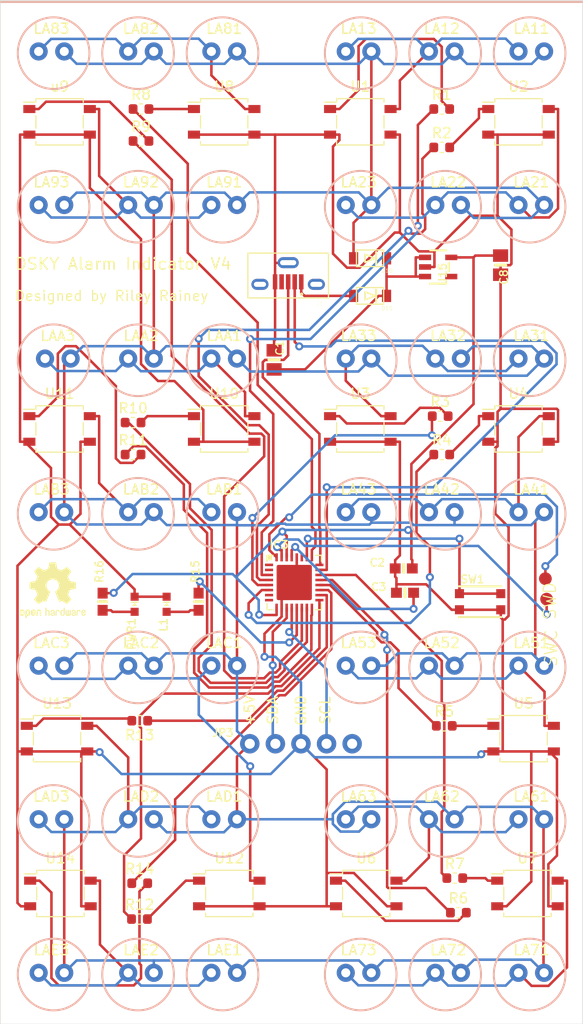
<source format=kicad_pcb>
(kicad_pcb (version 20171130) (host pcbnew "(5.1.5)-3")
  (layers (0 Top signal) (31 Bottom signal) (34 B.Paste user) (35 F.Paste user) (36 B.SilkS user) (37 F.SilkS user) (38 B.Mask user) (39 F.Mask user) (44 Edge.Cuts user))
  (net 0 "")
  (net 1 GND)
  (net 2 VBUS)
  (net 3 3.3V)
  (net 4 /VOUT)
  (net 5 /D+)
  (net 6 /D-)
  (net 7 /~RESET)
  (net 8 "Net-(IC3-Pad32)")
  (net 9 "Net-(IC3-Pad31)")
  (net 10 "Net-(C3-Pad1)")
  (net 11 "Net-(IC3-Pad13)")
  (net 12 /D2_A1_PA09_SCL_MISO)
  (net 13 /D0_A4_PA08_SDA)
  (net 14 "Net-(PWR1-PadA)")
  (net 15 "Net-(L1-PadA)")
  (net 16 +5V)
  (net 17 LA8_PA27)
  (net 18 LA7_PA23)
  (net 19 LA6_PA22)
  (net 20 LA5_PA19)
  (net 21 LA14_PA18)
  (net 22 LA13_PA17)
  (net 23 LA12_PA16)
  (net 24 LA11_PA15)
  (net 25 LA10_PA14)
  (net 26 LA9_PA11)
  (net 27 LA4_P05)
  (net 28 LA3_PA04)
  (net 29 LA2_PA03)
  (net 30 LA1_PA02)
  (net 31 "Net-(LA11-Pad1)")
  (net 32 "Net-(LA21-Pad1)")
  (net 33 "Net-(LA31-Pad1)")
  (net 34 "Net-(LA41-Pad1)")
  (net 35 "Net-(LA51-Pad1)")
  (net 36 "Net-(LA81-Pad1)")
  (net 37 "Net-(LA91-Pad1)")
  (net 38 "Net-(LAA1-Pad1)")
  (net 39 "Net-(LAB1-Pad1)")
  (net 40 "Net-(LAC1-Pad1)")
  (net 41 "Net-(LAD1-Pad1)")
  (net 42 "Net-(LAE1-Pad1)")
  (net 43 "Net-(LA61-Pad1)")
  (net 44 "Net-(LA71-Pad1)")
  (net 45 "Net-(R11-Pad2)")
  (net 46 "Net-(R1-Pad2)")
  (net 47 "Net-(R2-Pad2)")
  (net 48 "Net-(R3-Pad2)")
  (net 49 "Net-(R4-Pad2)")
  (net 50 "Net-(R5-Pad2)")
  (net 51 "Net-(R6-Pad2)")
  (net 52 "Net-(R7-Pad2)")
  (net 53 "Net-(R8-Pad2)")
  (net 54 "Net-(R9-Pad2)")
  (net 55 "Net-(R10-Pad2)")
  (net 56 "Net-(R12-Pad2)")
  (net 57 "Net-(R13-Pad2)")
  (net 58 "Net-(R14-Pad2)")
  (net 59 "Net-(IC3-Pad27)")
  (net 60 /D3_A3_PA07_RXD_SCK)
  (net 61 /D4_A2_PA06_TXD_MOSI)
  (net 62 "Net-(IC3-Pad2)")
  (net 63 "Net-(IC3-Pad1)")
  (net 64 "Net-(J1-Pad4)")
  (net 65 "Net-(JP3-Pad5)")
  (net 66 "Net-(U15-Pad4)")
  (module Symbol:OSHW-Logo2_7.3x6mm_SilkScreen (layer Top) (at 85.852 106.807)
    (fp_text reference REF** hide)
    (fp_text value OSHW-Logo2_7.3x6mm_SilkScreen hide)
  )
  (module libraries:MOLEX_105133-0001 (layer Top) (at 109.22 76.454 180)
    (fp_text reference J1 (at -3.134723 -1.93912) (layer F.SilkS) (effects (font (size 0.395558 0.395558) (thickness 0.015))))
    (fp_text value 105133-0001-MOLEX-USB)
    (fp_line (start -0.55 2.4) (end 0.55 2.4) (layer Edge.Cuts) (width 0.005))
    (fp_line (start 0.55 1.9) (end -0.55 1.9) (layer Edge.Cuts) (width 0.005))
    (fp_line (start 2.45 0.25) (end 3.15 0.25) (layer Edge.Cuts) (width 0.005))
    (fp_line (start 3.15 -0.25) (end 2.45 -0.25) (layer Edge.Cuts) (width 0.005))
    (fp_line (start -3.15 0.25) (end -2.45 0.25) (layer Edge.Cuts) (width 0.005))
    (fp_line (start -2.45 -0.25) (end -3.15 -0.25) (layer Edge.Cuts) (width 0.005))
    (fp_arc (start 0.55 2.15) (end 0.8 2.15) (angle 90) (layer Edge.Cuts) (width 0.005))
    (fp_arc (start -0.55 2.15) (end -0.55 2.4) (angle 90) (layer Edge.Cuts) (width 0.005))
    (fp_arc (start -0.55 2.15) (end -0.8 2.15) (angle 90) (layer Edge.Cuts) (width 0.005))
    (fp_arc (start 0.55 2.15) (end 0.55 1.9) (angle 90) (layer Edge.Cuts) (width 0.005))
    (fp_arc (start 3.15 0) (end 3.15 -0.25) (angle 90) (layer Edge.Cuts) (width 0.005))
    (fp_arc (start 3.15 0) (end 3.4 0) (angle 90) (layer Edge.Cuts) (width 0.005))
    (fp_arc (start 2.45 0) (end 2.45 0.25) (angle 90) (layer Edge.Cuts) (width 0.005))
    (fp_arc (start 2.45 0) (end 2.2 0) (angle 90) (layer Edge.Cuts) (width 0.005))
    (fp_arc (start -2.45 0) (end -2.45 -0.25) (angle 90) (layer Edge.Cuts) (width 0.005))
    (fp_arc (start -2.45 0) (end -2.2 0) (angle 90) (layer Edge.Cuts) (width 0.005))
    (fp_arc (start -3.15 0) (end -3.15 0.25) (angle 90) (layer Edge.Cuts) (width 0.005))
    (fp_arc (start -3.15 0) (end -3.4 0) (angle 90) (layer Edge.Cuts) (width 0.005))
    (pad S3 thru_hole oval (at 0 2.15 180) (size 2.1 1.1) (drill oval 1.6 0.5) (layers *.Cu *.Mask) (net 1 GND))
    (pad S2 thru_hole oval (at 2.8 0 180) (size 1.7 1.1) (drill oval 1.2 0.5) (layers *.Cu *.Mask))
    (pad S1 thru_hole oval (at -2.8 0 180) (size 1.7 1.1) (drill oval 1.2 0.5) (layers *.Cu *.Mask))
    (pad 5 smd rect (at 1.3 0.25 180) (size 0.45 1.5) (layers Top F.Paste F.Mask) (net 1 GND))
    (pad 4 smd rect (at 0.65 0.25 180) (size 0.45 1.5) (layers Top F.Paste F.Mask) (net 64 "Net-(J1-Pad4)"))
    (pad 3 smd rect (at 0 0.25 180) (size 0.45 1.5) (layers Top F.Paste F.Mask) (net 5 /D+))
    (pad 2 smd rect (at -0.65 0.25 180) (size 0.45 1.5) (layers Top F.Paste F.Mask) (net 6 /D-))
    (pad 1 smd rect (at -1.3 0.25 180) (size 0.45 1.5) (layers Top F.Paste F.Mask) (net 2 VBUS))
  )
  (module "Trinket M0 rev D:1X05_ROUND_76" (layer Top) (at 110.49 122.047)
    (fp_text reference JP3 (at -8.89 -0.635) (layer F.SilkS) (effects (font (size 0.77216 0.77216) (thickness 0.138988)) (justify left bottom)))
    (fp_text value HEADER-1X576MIL)
    (pad 5 thru_hole circle (at 5.08 0 90) (size 1.9304 1.9304) (drill 1) (layers *.Cu *.Mask) (net 65 "Net-(JP3-Pad5)"))
    (pad 4 thru_hole circle (at 2.54 0 90) (size 1.9304 1.9304) (drill 1) (layers *.Cu *.Mask) (net 12 /D2_A1_PA09_SCL_MISO))
    (pad 3 thru_hole circle (at 0 0 90) (size 1.9304 1.9304) (drill 1) (layers *.Cu *.Mask) (net 1 GND))
    (pad 2 thru_hole circle (at -2.54 0 90) (size 1.9304 1.9304) (drill 1) (layers *.Cu *.Mask) (net 13 /D0_A4_PA08_SDA))
    (pad 1 thru_hole circle (at -5.08 0 90) (size 1.9304 1.9304) (drill 1) (layers *.Cu *.Mask) (net 16 +5V))
  )
  (module Package_SO:SO-4_4.4x4.3mm_P2.54mm (layer Top) (at 86.614 136.906)
    (fp_text reference U14 (at 0 -3.5) (layer F.SilkS))
    (fp_text value AQY232SZ)
    (pad 3 smd rect (at 3 1.27 270) (size 0.8 1.2) (layers Top F.Paste F.Mask) (net 1 GND))
    (pad 2 smd rect (at -3 1.27 270) (size 0.8 1.2) (layers Top F.Paste F.Mask) (net 1 GND))
    (pad 1 smd rect (at -3 -1.27 270) (size 0.8 1.2) (layers Top F.Paste F.Mask) (net 58 "Net-(R14-Pad2)"))
    (pad 4 smd rect (at 3 -1.27 270) (size 0.8 1.2) (layers Top F.Paste F.Mask) (net 42 "Net-(LAE1-Pad1)"))
  )
  (module Package_SO:SO-4_4.4x4.3mm_P2.54mm (layer Top) (at 86.281 121.539)
    (fp_text reference U13 (at 0 -3.5) (layer F.SilkS))
    (fp_text value AQY232SZ)
    (pad 3 smd rect (at 3 1.27 270) (size 0.8 1.2) (layers Top F.Paste F.Mask) (net 1 GND))
    (pad 2 smd rect (at -3 1.27 270) (size 0.8 1.2) (layers Top F.Paste F.Mask) (net 1 GND))
    (pad 1 smd rect (at -3 -1.27 270) (size 0.8 1.2) (layers Top F.Paste F.Mask) (net 57 "Net-(R13-Pad2)"))
    (pad 4 smd rect (at 3 -1.27 270) (size 0.8 1.2) (layers Top F.Paste F.Mask) (net 41 "Net-(LAD1-Pad1)"))
  )
  (module Package_SO:SO-4_4.4x4.3mm_P2.54mm (layer Top) (at 103.378 136.906)
    (fp_text reference U12 (at 0 -3.5) (layer F.SilkS))
    (fp_text value AQY232SZ)
    (pad 3 smd rect (at 3 1.27 270) (size 0.8 1.2) (layers Top F.Paste F.Mask) (net 1 GND))
    (pad 2 smd rect (at -3 1.27 270) (size 0.8 1.2) (layers Top F.Paste F.Mask) (net 1 GND))
    (pad 1 smd rect (at -3 -1.27 270) (size 0.8 1.2) (layers Top F.Paste F.Mask) (net 56 "Net-(R12-Pad2)"))
    (pad 4 smd rect (at 3 -1.27 270) (size 0.8 1.2) (layers Top F.Paste F.Mask) (net 40 "Net-(LAC1-Pad1)"))
  )
  (module Package_SO:SO-4_4.4x4.3mm_P2.54mm (layer Top) (at 86.535 90.805)
    (fp_text reference U11 (at 0 -3.5) (layer F.SilkS))
    (fp_text value AQY232SZ)
    (pad 3 smd rect (at 3 1.27 270) (size 0.8 1.2) (layers Top F.Paste F.Mask) (net 1 GND))
    (pad 2 smd rect (at -3 1.27 270) (size 0.8 1.2) (layers Top F.Paste F.Mask) (net 1 GND))
    (pad 1 smd rect (at -3 -1.27 270) (size 0.8 1.2) (layers Top F.Paste F.Mask) (net 45 "Net-(R11-Pad2)"))
    (pad 4 smd rect (at 3 -1.27 270) (size 0.8 1.2) (layers Top F.Paste F.Mask) (net 39 "Net-(LAB1-Pad1)"))
  )
  (module Package_SO:SO-4_4.4x4.3mm_P2.54mm (layer Top) (at 102.87 90.805)
    (fp_text reference U10 (at 0 -3.5) (layer F.SilkS))
    (fp_text value AQY232SZ)
    (pad 3 smd rect (at 3 1.27 270) (size 0.8 1.2) (layers Top F.Paste F.Mask) (net 1 GND))
    (pad 2 smd rect (at -3 1.27 270) (size 0.8 1.2) (layers Top F.Paste F.Mask) (net 1 GND))
    (pad 1 smd rect (at -3 -1.27 270) (size 0.8 1.2) (layers Top F.Paste F.Mask) (net 55 "Net-(R10-Pad2)"))
    (pad 4 smd rect (at 3 -1.27 270) (size 0.8 1.2) (layers Top F.Paste F.Mask) (net 38 "Net-(LAA1-Pad1)"))
  )
  (module Package_SO:SO-4_4.4x4.3mm_P2.54mm (layer Top) (at 86.535 60.325)
    (fp_text reference u9 (at 0 -3.5) (layer F.SilkS))
    (fp_text value AQY232SZ)
    (pad 3 smd rect (at 3 1.27 270) (size 0.8 1.2) (layers Top F.Paste F.Mask) (net 1 GND))
    (pad 2 smd rect (at -3 1.27 270) (size 0.8 1.2) (layers Top F.Paste F.Mask) (net 1 GND))
    (pad 1 smd rect (at -3 -1.27 270) (size 0.8 1.2) (layers Top F.Paste F.Mask) (net 54 "Net-(R9-Pad2)"))
    (pad 4 smd rect (at 3 -1.27 270) (size 0.8 1.2) (layers Top F.Paste F.Mask) (net 37 "Net-(LA91-Pad1)"))
  )
  (module Package_SO:SO-4_4.4x4.3mm_P2.54mm (layer Top) (at 102.87 60.325)
    (fp_text reference U8 (at 0 -3.5) (layer F.SilkS))
    (fp_text value AQY232SZ)
    (pad 3 smd rect (at 3 1.27 270) (size 0.8 1.2) (layers Top F.Paste F.Mask) (net 1 GND))
    (pad 2 smd rect (at -3 1.27 270) (size 0.8 1.2) (layers Top F.Paste F.Mask) (net 1 GND))
    (pad 1 smd rect (at -3 -1.27 270) (size 0.8 1.2) (layers Top F.Paste F.Mask) (net 53 "Net-(R8-Pad2)"))
    (pad 4 smd rect (at 3 -1.27 270) (size 0.8 1.2) (layers Top F.Paste F.Mask) (net 36 "Net-(LA81-Pad1)"))
  )
  (module Package_SO:SO-4_4.4x4.3mm_P2.54mm (layer Top) (at 132.969 136.906)
    (fp_text reference U7 (at 0 -3.5) (layer F.SilkS))
    (fp_text value AQY232SZ)
    (pad 3 smd rect (at 3 1.27 270) (size 0.8 1.2) (layers Top F.Paste F.Mask) (net 1 GND))
    (pad 2 smd rect (at -3 1.27 270) (size 0.8 1.2) (layers Top F.Paste F.Mask) (net 1 GND))
    (pad 1 smd rect (at -3 -1.27 270) (size 0.8 1.2) (layers Top F.Paste F.Mask) (net 52 "Net-(R7-Pad2)"))
    (pad 4 smd rect (at 3 -1.27 270) (size 0.8 1.2) (layers Top F.Paste F.Mask) (net 44 "Net-(LA71-Pad1)"))
  )
  (module Package_SO:SO-4_4.4x4.3mm_P2.54mm (layer Top) (at 116.967 136.906)
    (fp_text reference U6 (at 0 -3.5) (layer F.SilkS))
    (fp_text value AQY232SZ)
    (pad 3 smd rect (at 3 1.27 270) (size 0.8 1.2) (layers Top F.Paste F.Mask) (net 1 GND))
    (pad 2 smd rect (at -3 1.27 270) (size 0.8 1.2) (layers Top F.Paste F.Mask) (net 1 GND))
    (pad 1 smd rect (at -3 -1.27 270) (size 0.8 1.2) (layers Top F.Paste F.Mask) (net 51 "Net-(R6-Pad2)"))
    (pad 4 smd rect (at 3 -1.27 270) (size 0.8 1.2) (layers Top F.Paste F.Mask) (net 43 "Net-(LA61-Pad1)"))
  )
  (module Package_SO:SO-4_4.4x4.3mm_P2.54mm (layer Top) (at 132.588 121.539)
    (fp_text reference U5 (at 0 -3.5) (layer F.SilkS))
    (fp_text value AQY232SZ)
    (pad 3 smd rect (at 3 1.27 270) (size 0.8 1.2) (layers Top F.Paste F.Mask) (net 1 GND))
    (pad 2 smd rect (at -3 1.27 270) (size 0.8 1.2) (layers Top F.Paste F.Mask) (net 1 GND))
    (pad 1 smd rect (at -3 -1.27 270) (size 0.8 1.2) (layers Top F.Paste F.Mask) (net 50 "Net-(R5-Pad2)"))
    (pad 4 smd rect (at 3 -1.27 270) (size 0.8 1.2) (layers Top F.Paste F.Mask) (net 35 "Net-(LA51-Pad1)"))
  )
  (module Package_SO:SO-4_4.4x4.3mm_P2.54mm (layer Top) (at 132.08 90.805)
    (fp_text reference U4 (at 0 -3.5) (layer F.SilkS))
    (fp_text value AQY232SZ)
    (pad 3 smd rect (at 3 1.27 270) (size 0.8 1.2) (layers Top F.Paste F.Mask) (net 1 GND))
    (pad 2 smd rect (at -3 1.27 270) (size 0.8 1.2) (layers Top F.Paste F.Mask) (net 1 GND))
    (pad 1 smd rect (at -3 -1.27 270) (size 0.8 1.2) (layers Top F.Paste F.Mask) (net 49 "Net-(R4-Pad2)"))
    (pad 4 smd rect (at 3 -1.27 270) (size 0.8 1.2) (layers Top F.Paste F.Mask) (net 34 "Net-(LA41-Pad1)"))
  )
  (module Package_SO:SO-4_4.4x4.3mm_P2.54mm (layer Top) (at 116.38 90.805)
    (fp_text reference U3 (at 0 -3.5) (layer F.SilkS))
    (fp_text value AQY232SZ)
    (pad 3 smd rect (at 3 1.27 270) (size 0.8 1.2) (layers Top F.Paste F.Mask) (net 1 GND))
    (pad 2 smd rect (at -3 1.27 270) (size 0.8 1.2) (layers Top F.Paste F.Mask) (net 1 GND))
    (pad 1 smd rect (at -3 -1.27 270) (size 0.8 1.2) (layers Top F.Paste F.Mask) (net 48 "Net-(R3-Pad2)"))
    (pad 4 smd rect (at 3 -1.27 270) (size 0.8 1.2) (layers Top F.Paste F.Mask) (net 33 "Net-(LA31-Pad1)"))
  )
  (module Package_SO:SO-4_4.4x4.3mm_P2.54mm (layer Top) (at 132.08 60.325)
    (fp_text reference U2 (at 0 -3.5) (layer F.SilkS))
    (fp_text value AQY232SZ)
    (pad 3 smd rect (at 3 1.27 270) (size 0.8 1.2) (layers Top F.Paste F.Mask) (net 1 GND))
    (pad 2 smd rect (at -3 1.27 270) (size 0.8 1.2) (layers Top F.Paste F.Mask) (net 1 GND))
    (pad 1 smd rect (at -3 -1.27 270) (size 0.8 1.2) (layers Top F.Paste F.Mask) (net 47 "Net-(R2-Pad2)"))
    (pad 4 smd rect (at 3 -1.27 270) (size 0.8 1.2) (layers Top F.Paste F.Mask) (net 32 "Net-(LA21-Pad1)"))
  )
  (module Package_SO:SO-4_4.4x4.3mm_P2.54mm (layer Top) (at 116.38 60.325)
    (fp_text reference U1 (at 0 -3.5) (layer F.SilkS))
    (fp_text value AQY232SZ)
    (pad 3 smd rect (at 3 1.27 270) (size 0.8 1.2) (layers Top F.Paste F.Mask) (net 1 GND))
    (pad 2 smd rect (at -3 1.27 270) (size 0.8 1.2) (layers Top F.Paste F.Mask) (net 1 GND))
    (pad 1 smd rect (at -3 -1.27 270) (size 0.8 1.2) (layers Top F.Paste F.Mask) (net 46 "Net-(R1-Pad2)"))
    (pad 4 smd rect (at 3 -1.27 270) (size 0.8 1.2) (layers Top F.Paste F.Mask) (net 31 "Net-(LA11-Pad1)"))
  )
  (module Resistor_SMD:R_0603_1608Metric (layer Top) (at 94.488 135.89)
    (fp_text reference R14 (at 0 -1.43) (layer F.SilkS))
    (fp_text value 1.1K)
    (pad 2 smd roundrect (at 0.7875 0) (size 0.875 0.95) (layers Top F.Paste F.Mask) (net 58 "Net-(R14-Pad2)"))
    (pad 1 smd roundrect (at -0.7875 0) (size 0.875 0.95) (layers Top F.Paste F.Mask) (net 21 LA14_PA18))
  )
  (module Resistor_SMD:R_0603_1608Metric (layer Top) (at 94.488 119.761 180)
    (fp_text reference R13 (at 0 -1.43) (layer F.SilkS))
    (fp_text value 1.1K)
    (pad 2 smd roundrect (at 0.7875 0 180) (size 0.875 0.95) (layers Top F.Paste F.Mask) (net 57 "Net-(R13-Pad2)"))
    (pad 1 smd roundrect (at -0.7875 0 180) (size 0.875 0.95) (layers Top F.Paste F.Mask) (net 22 LA13_PA17))
  )
  (module Resistor_SMD:R_0603_1608Metric (layer Top) (at 94.4625 139.446)
    (fp_text reference R12 (at 0 -1.43) (layer F.SilkS))
    (fp_text value 1.1K)
    (pad 2 smd roundrect (at 0.7875 0) (size 0.875 0.95) (layers Top F.Paste F.Mask) (net 56 "Net-(R12-Pad2)"))
    (pad 1 smd roundrect (at -0.7875 0) (size 0.875 0.95) (layers Top F.Paste F.Mask) (net 23 LA12_PA16))
  )
  (module Resistor_SMD:R_0603_1608Metric (layer Top) (at 93.8275 93.345)
    (fp_text reference R11 (at 0 -1.43) (layer F.SilkS))
    (fp_text value 1.1K)
    (pad 2 smd roundrect (at 0.7875 0) (size 0.875 0.95) (layers Top F.Paste F.Mask) (net 45 "Net-(R11-Pad2)"))
    (pad 1 smd roundrect (at -0.7875 0) (size 0.875 0.95) (layers Top F.Paste F.Mask) (net 24 LA11_PA15))
  )
  (module Resistor_SMD:R_0603_1608Metric (layer Top) (at 93.8275 90.17)
    (fp_text reference R10 (at 0 -1.43) (layer F.SilkS))
    (fp_text value 1.1K)
    (pad 2 smd roundrect (at 0.7875 0) (size 0.875 0.95) (layers Top F.Paste F.Mask) (net 55 "Net-(R10-Pad2)"))
    (pad 1 smd roundrect (at -0.7875 0) (size 0.875 0.95) (layers Top F.Paste F.Mask) (net 25 LA10_PA14))
  )
  (module Resistor_SMD:R_0603_1608Metric (layer Top) (at 94.615 62.23)
    (fp_text reference R9 (at 0 -1.43) (layer F.SilkS))
    (fp_text value 1.1K)
    (pad 2 smd roundrect (at 0.7875 0) (size 0.875 0.95) (layers Top F.Paste F.Mask) (net 54 "Net-(R9-Pad2)"))
    (pad 1 smd roundrect (at -0.7875 0) (size 0.875 0.95) (layers Top F.Paste F.Mask) (net 26 LA9_PA11))
  )
  (module Resistor_SMD:R_0603_1608Metric (layer Top) (at 94.615 59.055)
    (fp_text reference R8 (at 0 -1.43) (layer F.SilkS))
    (fp_text value 1.1K)
    (pad 2 smd roundrect (at 0.7875 0) (size 0.875 0.95) (layers Top F.Paste F.Mask) (net 53 "Net-(R8-Pad2)"))
    (pad 1 smd roundrect (at -0.7875 0) (size 0.875 0.95) (layers Top F.Paste F.Mask) (net 17 LA8_PA27))
  )
  (module Resistor_SMD:R_0603_1608Metric (layer Top) (at 125.755 135.382)
    (fp_text reference R7 (at 0 -1.43) (layer F.SilkS))
    (fp_text value 1.1K)
    (pad 2 smd roundrect (at 0.7875 0) (size 0.875 0.95) (layers Top F.Paste F.Mask) (net 52 "Net-(R7-Pad2)"))
    (pad 1 smd roundrect (at -0.7875 0) (size 0.875 0.95) (layers Top F.Paste F.Mask) (net 18 LA7_PA23))
  )
  (module Resistor_SMD:R_0603_1608Metric (layer Top) (at 126.111 138.811)
    (fp_text reference R6 (at 0 -1.43) (layer F.SilkS))
    (fp_text value 1.1K)
    (pad 2 smd roundrect (at 0.7875 0) (size 0.875 0.95) (layers Top F.Paste F.Mask) (net 51 "Net-(R6-Pad2)"))
    (pad 1 smd roundrect (at -0.7875 0) (size 0.875 0.95) (layers Top F.Paste F.Mask) (net 19 LA6_PA22))
  )
  (module Resistor_SMD:R_0603_1608Metric (layer Top) (at 124.714 120.269)
    (fp_text reference R5 (at 0 -1.43) (layer F.SilkS))
    (fp_text value 1.1K)
    (pad 2 smd roundrect (at 0.7875 0) (size 0.875 0.95) (layers Top F.Paste F.Mask) (net 50 "Net-(R5-Pad2)"))
    (pad 1 smd roundrect (at -0.7875 0) (size 0.875 0.95) (layers Top F.Paste F.Mask) (net 20 LA5_PA19))
  )
  (module Resistor_SMD:R_0603_1608Metric (layer Top) (at 124.46 93.345)
    (fp_text reference R4 (at 0 -1.43) (layer F.SilkS))
    (fp_text value 1.1K)
    (pad 2 smd roundrect (at 0.7875 0) (size 0.875 0.95) (layers Top F.Paste F.Mask) (net 49 "Net-(R4-Pad2)"))
    (pad 1 smd roundrect (at -0.7875 0) (size 0.875 0.95) (layers Top F.Paste F.Mask) (net 27 LA4_P05))
  )
  (module Resistor_SMD:R_0603_1608Metric (layer Top) (at 124.308 89.535)
    (fp_text reference R3 (at 0 -1.43) (layer F.SilkS))
    (fp_text value 1.1K)
    (pad 2 smd roundrect (at 0.7875 0) (size 0.875 0.95) (layers Top F.Paste F.Mask) (net 48 "Net-(R3-Pad2)"))
    (pad 1 smd roundrect (at -0.7875 0) (size 0.875 0.95) (layers Top F.Paste F.Mask) (net 28 LA3_PA04))
  )
  (module Resistor_SMD:R_0603_1608Metric (layer Top) (at 124.46 62.865)
    (fp_text reference R2 (at 0 -1.43) (layer F.SilkS))
    (fp_text value 1.1K)
    (pad 2 smd roundrect (at 0.7875 0) (size 0.875 0.95) (layers Top F.Paste F.Mask) (net 47 "Net-(R2-Pad2)"))
    (pad 1 smd roundrect (at -0.7875 0) (size 0.875 0.95) (layers Top F.Paste F.Mask) (net 29 LA2_PA03))
  )
  (module "Trinket M0 rev D:VCC7216-ND" (layer Top) (at 114.935 144.78)
    (fp_text reference LA73 (at 1.27 -2.26) (layer F.SilkS))
    (fp_text value Lamp hide)
    (pad 2 thru_hole circle (at 2.54 0) (size 1.8 1.8) (drill 0.9) (layers *.Cu *.Mask) (net 16 +5V))
    (pad 1 thru_hole circle (at 0 0) (size 1.8 1.8) (drill 0.9) (layers *.Cu *.Mask) (net 44 "Net-(LA71-Pad1)"))
  )
  (module "Trinket M0 rev D:VCC7216-ND" (layer Top) (at 123.825 144.78)
    (fp_text reference LA72 (at 1.27 -2.26) (layer F.SilkS))
    (fp_text value Lamp hide)
    (pad 2 thru_hole circle (at 2.54 0) (size 1.8 1.8) (drill 0.9) (layers *.Cu *.Mask) (net 16 +5V))
    (pad 1 thru_hole circle (at 0 0) (size 1.8 1.8) (drill 0.9) (layers *.Cu *.Mask) (net 44 "Net-(LA71-Pad1)"))
  )
  (module "Trinket M0 rev D:VCC7216-ND" (layer Top) (at 132.08 144.78)
    (fp_text reference LA71 (at 1.27 -2.26) (layer F.SilkS))
    (fp_text value Lamp hide)
    (pad 2 thru_hole circle (at 2.54 0) (size 1.8 1.8) (drill 0.9) (layers *.Cu *.Mask) (net 16 +5V))
    (pad 1 thru_hole circle (at 0 0) (size 1.8 1.8) (drill 0.9) (layers *.Cu *.Mask) (net 44 "Net-(LA71-Pad1)"))
  )
  (module "Trinket M0 rev D:VCC7216-ND" (layer Top) (at 114.935 129.54)
    (fp_text reference LA63 (at 1.27 -2.26) (layer F.SilkS))
    (fp_text value Lamp hide)
    (pad 2 thru_hole circle (at 2.54 0) (size 1.8 1.8) (drill 0.9) (layers *.Cu *.Mask) (net 16 +5V))
    (pad 1 thru_hole circle (at 0 0) (size 1.8 1.8) (drill 0.9) (layers *.Cu *.Mask) (net 43 "Net-(LA61-Pad1)"))
  )
  (module "Trinket M0 rev D:VCC7216-ND" (layer Top) (at 123.19 129.54)
    (fp_text reference LA62 (at 1.27 -2.26) (layer F.SilkS))
    (fp_text value Lamp hide)
    (pad 2 thru_hole circle (at 2.54 0) (size 1.8 1.8) (drill 0.9) (layers *.Cu *.Mask) (net 16 +5V))
    (pad 1 thru_hole circle (at 0 0) (size 1.8 1.8) (drill 0.9) (layers *.Cu *.Mask) (net 43 "Net-(LA61-Pad1)"))
  )
  (module "Trinket M0 rev D:VCC7216-ND" (layer Top) (at 132.08 129.54)
    (fp_text reference LA61 (at 1.27 -2.26) (layer F.SilkS))
    (fp_text value Lamp hide)
    (pad 2 thru_hole circle (at 2.54 0) (size 1.8 1.8) (drill 0.9) (layers *.Cu *.Mask) (net 16 +5V))
    (pad 1 thru_hole circle (at 0 0) (size 1.8 1.8) (drill 0.9) (layers *.Cu *.Mask) (net 43 "Net-(LA61-Pad1)"))
  )
  (module Resistor_SMD:R_0603_1608Metric (layer Top) (at 124.46 59.055)
    (fp_text reference R1 (at 0 -1.43) (layer F.SilkS))
    (fp_text value 1.1K)
    (pad 2 smd roundrect (at 0.7875 0) (size 0.875 0.95) (layers Top F.Paste F.Mask) (net 46 "Net-(R1-Pad2)"))
    (pad 1 smd roundrect (at -0.7875 0) (size 0.875 0.95) (layers Top F.Paste F.Mask) (net 30 LA1_PA02))
  )
  (module "Trinket M0 rev D:SOT23-5" (layer Top) (at 124.109 74.7306 270)
    (fp_text reference U15 (at 1.978 0 270) (layer F.SilkS) (effects (font (size 0.77216 0.77216) (thickness 0.138988)) (justify left top)))
    (fp_text value AP2112K-3.3)
    (pad 5 smd rect (at -0.95 -1.3001 270) (size 0.55 1.2) (layers Top F.Paste F.Mask) (net 3 3.3V))
    (pad 4 smd rect (at 0.95 -1.3001 270) (size 0.55 1.2) (layers Top F.Paste F.Mask) (net 66 "Net-(U15-Pad4)"))
    (pad 3 smd rect (at 0.95 1.3001 270) (size 0.55 1.2) (layers Top F.Paste F.Mask) (net 4 /VOUT))
    (pad 2 smd rect (at 0 1.3001 270) (size 0.55 1.2) (layers Top F.Paste F.Mask) (net 1 GND))
    (pad 1 smd rect (at -0.95 1.3001 270) (size 0.55 1.2) (layers Top F.Paste F.Mask) (net 4 /VOUT))
  )
  (module "Trinket M0 rev D:B1,27" (layer Top) (at 134.747 105.664 90)
    (fp_text reference SWD (at -0.254 1.143 -90) (layer F.SilkS) (effects (font (size 1.2065 1.2065) (thickness 0.12065)) (justify right bottom)))
    (fp_text value TPB1,27 hide)
    (pad TP smd roundrect (at 0 0 90) (size 1.27 1.27) (layers Top F.Mask) (roundrect_rratio 0.5) (net 8 "Net-(IC3-Pad32)"))
  )
  (module "Trinket M0 rev D:B1,27" (layer Top) (at 134.874 107.696 90)
    (fp_text reference SWC (at -2.921 1.143 -90) (layer F.SilkS) (effects (font (size 1.2065 1.2065) (thickness 0.12065)) (justify right bottom)))
    (fp_text value TPB1,27 hide)
    (pad TP smd roundrect (at 0 0 90) (size 1.27 1.27) (layers Top F.Mask) (roundrect_rratio 0.5) (net 9 "Net-(IC3-Pad31)"))
  )
  (module "Trinket M0 rev D:0603-NO" (layer Top) (at 90.805 107.95 90)
    (fp_text reference R16 (at 1.778 0.127 90) (layer F.SilkS) (effects (font (size 0.77216 0.77216) (thickness 0.138988)) (justify left bottom)))
    (fp_text value 10K)
    (pad 2 smd rect (at 0.85 0 90) (size 1.075 1) (layers Top F.Paste F.Mask) (net 3 3.3V))
    (pad 1 smd rect (at -0.85 0 90) (size 1.075 1) (layers Top F.Paste F.Mask) (net 14 "Net-(PWR1-PadA)"))
  )
  (module "Trinket M0 rev D:0603-NO" (layer Top) (at 100.33 107.95 90)
    (fp_text reference R15 (at 1.778 0.127 90) (layer F.SilkS) (effects (font (size 0.77216 0.77216) (thickness 0.138988)) (justify left bottom)))
    (fp_text value 1.5K)
    (pad 2 smd rect (at 0.85 0 90) (size 1.075 1) (layers Top F.Paste F.Mask) (net 11 "Net-(IC3-Pad13)"))
    (pad 1 smd rect (at -0.85 0 90) (size 1.075 1) (layers Top F.Paste F.Mask) (net 15 "Net-(L1-PadA)"))
  )
  (module "Trinket M0 rev D:BTN_KMR2_4.6X2.8" (layer Top) (at 128.27 107.95)
    (fp_text reference SW1 (at -2.032 -1.778) (layer F.SilkS) (effects (font (size 0.77216 0.77216) (thickness 0.138988)) (justify left bottom)))
    (fp_text value reset)
    (pad A' smd rect (at -2.05 -0.8) (size 0.9 0.9) (layers Top F.Paste F.Mask) (net 7 /~RESET))
    (pad B' smd rect (at -2.05 0.8) (size 0.9 0.9) (layers Top F.Paste F.Mask) (net 1 GND))
    (pad B smd rect (at 2.05 0.8) (size 0.9 0.9) (layers Top F.Paste F.Mask) (net 1 GND))
    (pad A smd rect (at 2.05 -0.8) (size 0.9 0.9) (layers Top F.Paste F.Mask) (net 7 /~RESET))
  )
  (module "Trinket M0 rev D:CHIPLED_0603_NOOUTLINE" (layer Top) (at 93.98 108.204)
    (fp_text reference PWR1 (at -0.762 1.27 -90) (layer F.SilkS) (effects (font (size 0.77216 0.77216) (thickness 0.138988)) (justify right top)))
    (fp_text value green)
    (pad A smd rect (at 0 0.75) (size 0.8 0.8) (layers Top F.Paste F.Mask) (net 14 "Net-(PWR1-PadA)"))
    (pad C smd rect (at 0 -0.75) (size 0.8 0.8) (layers Top F.Paste F.Mask) (net 1 GND))
  )
  (module "Trinket M0 rev D:VCC7216-ND" (layer Top) (at 84.455 144.78)
    (fp_text reference LAE3 (at 1.27 -2.26) (layer F.SilkS))
    (fp_text value Lamp hide)
    (pad 2 thru_hole circle (at 2.54 0) (size 1.8 1.8) (drill 0.9) (layers *.Cu *.Mask) (net 16 +5V))
    (pad 1 thru_hole circle (at 0 0) (size 1.8 1.8) (drill 0.9) (layers *.Cu *.Mask) (net 42 "Net-(LAE1-Pad1)"))
  )
  (module "Trinket M0 rev D:VCC7216-ND" (layer Top) (at 93.345 144.78)
    (fp_text reference LAE2 (at 1.27 -2.26) (layer F.SilkS))
    (fp_text value Lamp hide)
    (pad 2 thru_hole circle (at 2.54 0) (size 1.8 1.8) (drill 0.9) (layers *.Cu *.Mask) (net 16 +5V))
    (pad 1 thru_hole circle (at 0 0) (size 1.8 1.8) (drill 0.9) (layers *.Cu *.Mask) (net 42 "Net-(LAE1-Pad1)"))
  )
  (module "Trinket M0 rev D:VCC7216-ND" (layer Top) (at 101.6 144.78)
    (fp_text reference LAE1 (at 1.27 -2.26) (layer F.SilkS))
    (fp_text value Lamp hide)
    (pad 2 thru_hole circle (at 2.54 0) (size 1.8 1.8) (drill 0.9) (layers *.Cu *.Mask) (net 16 +5V))
    (pad 1 thru_hole circle (at 0 0) (size 1.8 1.8) (drill 0.9) (layers *.Cu *.Mask) (net 42 "Net-(LAE1-Pad1)"))
  )
  (module "Trinket M0 rev D:VCC7216-ND" (layer Top) (at 84.455 129.54)
    (fp_text reference LAD3 (at 1.27 -2.26) (layer F.SilkS))
    (fp_text value Lamp hide)
    (pad 2 thru_hole circle (at 2.54 0) (size 1.8 1.8) (drill 0.9) (layers *.Cu *.Mask) (net 16 +5V))
    (pad 1 thru_hole circle (at 0 0) (size 1.8 1.8) (drill 0.9) (layers *.Cu *.Mask) (net 41 "Net-(LAD1-Pad1)"))
  )
  (module "Trinket M0 rev D:VCC7216-ND" (layer Top) (at 93.345 129.54)
    (fp_text reference LAD2 (at 1.27 -2.26) (layer F.SilkS))
    (fp_text value Lamp hide)
    (pad 2 thru_hole circle (at 2.54 0) (size 1.8 1.8) (drill 0.9) (layers *.Cu *.Mask) (net 16 +5V))
    (pad 1 thru_hole circle (at 0 0) (size 1.8 1.8) (drill 0.9) (layers *.Cu *.Mask) (net 41 "Net-(LAD1-Pad1)"))
  )
  (module "Trinket M0 rev D:VCC7216-ND" (layer Top) (at 101.6 129.54)
    (fp_text reference LAD1 (at 1.27 -2.26) (layer F.SilkS))
    (fp_text value Lamp hide)
    (pad 2 thru_hole circle (at 2.54 0) (size 1.8 1.8) (drill 0.9) (layers *.Cu *.Mask) (net 16 +5V))
    (pad 1 thru_hole circle (at 0 0) (size 1.8 1.8) (drill 0.9) (layers *.Cu *.Mask) (net 41 "Net-(LAD1-Pad1)"))
  )
  (module "Trinket M0 rev D:VCC7216-ND" (layer Top) (at 84.455 114.3)
    (fp_text reference LAC3 (at 1.27 -2.26) (layer F.SilkS))
    (fp_text value Lamp hide)
    (pad 2 thru_hole circle (at 2.54 0) (size 1.8 1.8) (drill 0.9) (layers *.Cu *.Mask) (net 16 +5V))
    (pad 1 thru_hole circle (at 0 0) (size 1.8 1.8) (drill 0.9) (layers *.Cu *.Mask) (net 40 "Net-(LAC1-Pad1)"))
  )
  (module "Trinket M0 rev D:VCC7216-ND" (layer Top) (at 93.345 114.3)
    (fp_text reference LAC2 (at 1.27 -2.26) (layer F.SilkS))
    (fp_text value Lamp hide)
    (pad 2 thru_hole circle (at 2.54 0) (size 1.8 1.8) (drill 0.9) (layers *.Cu *.Mask) (net 16 +5V))
    (pad 1 thru_hole circle (at 0 0) (size 1.8 1.8) (drill 0.9) (layers *.Cu *.Mask) (net 40 "Net-(LAC1-Pad1)"))
  )
  (module "Trinket M0 rev D:VCC7216-ND" (layer Top) (at 101.6 114.3)
    (fp_text reference LAC1 (at 1.27 -2.26) (layer F.SilkS))
    (fp_text value Lamp hide)
    (pad 2 thru_hole circle (at 2.54 0) (size 1.8 1.8) (drill 0.9) (layers *.Cu *.Mask) (net 16 +5V))
    (pad 1 thru_hole circle (at 0 0) (size 1.8 1.8) (drill 0.9) (layers *.Cu *.Mask) (net 40 "Net-(LAC1-Pad1)"))
  )
  (module "Trinket M0 rev D:VCC7216-ND" (layer Top) (at 84.455 99.06)
    (fp_text reference LAB3 (at 1.27 -2.26) (layer F.SilkS))
    (fp_text value Lamp hide)
    (pad 2 thru_hole circle (at 2.54 0) (size 1.8 1.8) (drill 0.9) (layers *.Cu *.Mask) (net 16 +5V))
    (pad 1 thru_hole circle (at 0 0) (size 1.8 1.8) (drill 0.9) (layers *.Cu *.Mask) (net 39 "Net-(LAB1-Pad1)"))
  )
  (module "Trinket M0 rev D:VCC7216-ND" (layer Top) (at 93.345 99.06)
    (fp_text reference LAB2 (at 1.27 -2.26) (layer F.SilkS))
    (fp_text value Lamp hide)
    (pad 2 thru_hole circle (at 2.54 0) (size 1.8 1.8) (drill 0.9) (layers *.Cu *.Mask) (net 16 +5V))
    (pad 1 thru_hole circle (at 0 0) (size 1.8 1.8) (drill 0.9) (layers *.Cu *.Mask) (net 39 "Net-(LAB1-Pad1)"))
  )
  (module "Trinket M0 rev D:VCC7216-ND" (layer Top) (at 101.6 99.06)
    (fp_text reference LAB1 (at 1.27 -2.26) (layer F.SilkS))
    (fp_text value Lamp hide)
    (pad 2 thru_hole circle (at 2.54 0) (size 1.8 1.8) (drill 0.9) (layers *.Cu *.Mask) (net 16 +5V))
    (pad 1 thru_hole circle (at 0 0) (size 1.8 1.8) (drill 0.9) (layers *.Cu *.Mask) (net 39 "Net-(LAB1-Pad1)"))
  )
  (module "Trinket M0 rev D:VCC7216-ND" (layer Top) (at 85.09 83.82)
    (fp_text reference LAA3 (at 1.27 -2.26) (layer F.SilkS))
    (fp_text value Lamp hide)
    (pad 2 thru_hole circle (at 2.54 0) (size 1.8 1.8) (drill 0.9) (layers *.Cu *.Mask) (net 16 +5V))
    (pad 1 thru_hole circle (at 0 0) (size 1.8 1.8) (drill 0.9) (layers *.Cu *.Mask) (net 38 "Net-(LAA1-Pad1)"))
  )
  (module "Trinket M0 rev D:VCC7216-ND" (layer Top) (at 93.345 83.82)
    (fp_text reference LAA2 (at 1.27 -2.26) (layer F.SilkS))
    (fp_text value Lamp hide)
    (pad 2 thru_hole circle (at 2.54 0) (size 1.8 1.8) (drill 0.9) (layers *.Cu *.Mask) (net 16 +5V))
    (pad 1 thru_hole circle (at 0 0) (size 1.8 1.8) (drill 0.9) (layers *.Cu *.Mask) (net 38 "Net-(LAA1-Pad1)"))
  )
  (module "Trinket M0 rev D:VCC7216-ND" (layer Top) (at 101.6 83.82)
    (fp_text reference LAA1 (at 1.27 -2.26) (layer F.SilkS))
    (fp_text value Lamp hide)
    (pad 2 thru_hole circle (at 2.54 0) (size 1.8 1.8) (drill 0.9) (layers *.Cu *.Mask) (net 16 +5V))
    (pad 1 thru_hole circle (at 0 0) (size 1.8 1.8) (drill 0.9) (layers *.Cu *.Mask) (net 38 "Net-(LAA1-Pad1)"))
  )
  (module "Trinket M0 rev D:VCC7216-ND" (layer Top) (at 84.455 68.58)
    (fp_text reference LA93 (at 1.27 -2.26) (layer F.SilkS))
    (fp_text value Lamp hide)
    (pad 2 thru_hole circle (at 2.54 0) (size 1.8 1.8) (drill 0.9) (layers *.Cu *.Mask) (net 16 +5V))
    (pad 1 thru_hole circle (at 0 0) (size 1.8 1.8) (drill 0.9) (layers *.Cu *.Mask) (net 37 "Net-(LA91-Pad1)"))
  )
  (module "Trinket M0 rev D:VCC7216-ND" (layer Top) (at 93.345 68.58)
    (fp_text reference LA92 (at 1.27 -2.26) (layer F.SilkS))
    (fp_text value Lamp hide)
    (pad 2 thru_hole circle (at 2.54 0) (size 1.8 1.8) (drill 0.9) (layers *.Cu *.Mask) (net 16 +5V))
    (pad 1 thru_hole circle (at 0 0) (size 1.8 1.8) (drill 0.9) (layers *.Cu *.Mask) (net 37 "Net-(LA91-Pad1)"))
  )
  (module "Trinket M0 rev D:VCC7216-ND" (layer Top) (at 101.6 68.58)
    (fp_text reference LA91 (at 1.27 -2.26) (layer F.SilkS))
    (fp_text value Lamp hide)
    (pad 2 thru_hole circle (at 2.54 0) (size 1.8 1.8) (drill 0.9) (layers *.Cu *.Mask) (net 16 +5V))
    (pad 1 thru_hole circle (at 0 0) (size 1.8 1.8) (drill 0.9) (layers *.Cu *.Mask) (net 37 "Net-(LA91-Pad1)"))
  )
  (module "Trinket M0 rev D:VCC7216-ND" (layer Top) (at 84.455 53.34)
    (fp_text reference LA83 (at 1.27 -2.26) (layer F.SilkS))
    (fp_text value Lamp hide)
    (pad 2 thru_hole circle (at 2.54 0) (size 1.8 1.8) (drill 0.9) (layers *.Cu *.Mask) (net 16 +5V))
    (pad 1 thru_hole circle (at 0 0) (size 1.8 1.8) (drill 0.9) (layers *.Cu *.Mask) (net 36 "Net-(LA81-Pad1)"))
  )
  (module "Trinket M0 rev D:VCC7216-ND" (layer Top) (at 93.345 53.34)
    (fp_text reference LA82 (at 1.27 -2.26) (layer F.SilkS))
    (fp_text value Lamp hide)
    (pad 2 thru_hole circle (at 2.54 0) (size 1.8 1.8) (drill 0.9) (layers *.Cu *.Mask) (net 16 +5V))
    (pad 1 thru_hole circle (at 0 0) (size 1.8 1.8) (drill 0.9) (layers *.Cu *.Mask) (net 36 "Net-(LA81-Pad1)"))
  )
  (module "Trinket M0 rev D:VCC7216-ND" (layer Top) (at 101.6 53.34)
    (fp_text reference LA81 (at 1.27 -2.26) (layer F.SilkS))
    (fp_text value Lamp hide)
    (pad 2 thru_hole circle (at 2.54 0) (size 1.8 1.8) (drill 0.9) (layers *.Cu *.Mask) (net 16 +5V))
    (pad 1 thru_hole circle (at 0 0) (size 1.8 1.8) (drill 0.9) (layers *.Cu *.Mask) (net 36 "Net-(LA81-Pad1)"))
  )
  (module "Trinket M0 rev D:VCC7216-ND" (layer Top) (at 114.935 114.3)
    (fp_text reference LA53 (at 1.27 -2.26) (layer F.SilkS))
    (fp_text value Lamp hide)
    (pad 2 thru_hole circle (at 2.54 0) (size 1.8 1.8) (drill 0.9) (layers *.Cu *.Mask) (net 16 +5V))
    (pad 1 thru_hole circle (at 0 0) (size 1.8 1.8) (drill 0.9) (layers *.Cu *.Mask) (net 35 "Net-(LA51-Pad1)"))
  )
  (module "Trinket M0 rev D:VCC7216-ND" (layer Top) (at 123.19 114.3)
    (fp_text reference LA52 (at 1.27 -2.26) (layer F.SilkS))
    (fp_text value Lamp hide)
    (pad 2 thru_hole circle (at 2.54 0) (size 1.8 1.8) (drill 0.9) (layers *.Cu *.Mask) (net 16 +5V))
    (pad 1 thru_hole circle (at 0 0) (size 1.8 1.8) (drill 0.9) (layers *.Cu *.Mask) (net 35 "Net-(LA51-Pad1)"))
  )
  (module "Trinket M0 rev D:VCC7216-ND" (layer Top) (at 132.08 114.3)
    (fp_text reference LA51 (at 1.27 -2.26) (layer F.SilkS))
    (fp_text value Lamp hide)
    (pad 2 thru_hole circle (at 2.54 0) (size 1.8 1.8) (drill 0.9) (layers *.Cu *.Mask) (net 16 +5V))
    (pad 1 thru_hole circle (at 0 0) (size 1.8 1.8) (drill 0.9) (layers *.Cu *.Mask) (net 35 "Net-(LA51-Pad1)"))
  )
  (module "Trinket M0 rev D:VCC7216-ND" (layer Top) (at 114.935 99.06)
    (fp_text reference LA43 (at 1.27 -2.26) (layer F.SilkS))
    (fp_text value Lamp hide)
    (pad 2 thru_hole circle (at 2.54 0) (size 1.8 1.8) (drill 0.9) (layers *.Cu *.Mask) (net 16 +5V))
    (pad 1 thru_hole circle (at 0 0) (size 1.8 1.8) (drill 0.9) (layers *.Cu *.Mask) (net 34 "Net-(LA41-Pad1)"))
  )
  (module "Trinket M0 rev D:VCC7216-ND" (layer Top) (at 123.19 99.06)
    (fp_text reference LA42 (at 1.27 -2.26) (layer F.SilkS))
    (fp_text value Lamp hide)
    (pad 2 thru_hole circle (at 2.54 0) (size 1.8 1.8) (drill 0.9) (layers *.Cu *.Mask) (net 16 +5V))
    (pad 1 thru_hole circle (at 0 0) (size 1.8 1.8) (drill 0.9) (layers *.Cu *.Mask) (net 34 "Net-(LA41-Pad1)"))
  )
  (module "Trinket M0 rev D:VCC7216-ND" (layer Top) (at 132.08 99.06)
    (fp_text reference LA41 (at 1.27 -2.26) (layer F.SilkS))
    (fp_text value Lamp hide)
    (pad 2 thru_hole circle (at 2.54 0) (size 1.8 1.8) (drill 0.9) (layers *.Cu *.Mask) (net 16 +5V))
    (pad 1 thru_hole circle (at 0 0) (size 1.8 1.8) (drill 0.9) (layers *.Cu *.Mask) (net 34 "Net-(LA41-Pad1)"))
  )
  (module "Trinket M0 rev D:VCC7216-ND" (layer Top) (at 114.935 83.82)
    (fp_text reference LA33 (at 1.27 -2.26) (layer F.SilkS))
    (fp_text value Lamp hide)
    (pad 2 thru_hole circle (at 2.54 0) (size 1.8 1.8) (drill 0.9) (layers *.Cu *.Mask) (net 16 +5V))
    (pad 1 thru_hole circle (at 0 0) (size 1.8 1.8) (drill 0.9) (layers *.Cu *.Mask) (net 33 "Net-(LA31-Pad1)"))
  )
  (module "Trinket M0 rev D:VCC7216-ND" (layer Top) (at 123.825 83.82)
    (fp_text reference LA32 (at 1.27 -2.26) (layer F.SilkS))
    (fp_text value Lamp hide)
    (pad 2 thru_hole circle (at 2.54 0) (size 1.8 1.8) (drill 0.9) (layers *.Cu *.Mask) (net 16 +5V))
    (pad 1 thru_hole circle (at 0 0) (size 1.8 1.8) (drill 0.9) (layers *.Cu *.Mask) (net 33 "Net-(LA31-Pad1)"))
  )
  (module "Trinket M0 rev D:VCC7216-ND" (layer Top) (at 132.08 83.82)
    (fp_text reference LA31 (at 1.27 -2.26) (layer F.SilkS))
    (fp_text value Lamp hide)
    (pad 2 thru_hole circle (at 2.54 0) (size 1.8 1.8) (drill 0.9) (layers *.Cu *.Mask) (net 16 +5V))
    (pad 1 thru_hole circle (at 0 0) (size 1.8 1.8) (drill 0.9) (layers *.Cu *.Mask) (net 33 "Net-(LA31-Pad1)"))
  )
  (module "Trinket M0 rev D:VCC7216-ND" (layer Top) (at 114.935 68.58)
    (fp_text reference LA23 (at 1.27 -2.26) (layer F.SilkS))
    (fp_text value Lamp hide)
    (pad 2 thru_hole circle (at 2.54 0) (size 1.8 1.8) (drill 0.9) (layers *.Cu *.Mask) (net 16 +5V))
    (pad 1 thru_hole circle (at 0 0) (size 1.8 1.8) (drill 0.9) (layers *.Cu *.Mask) (net 32 "Net-(LA21-Pad1)"))
  )
  (module "Trinket M0 rev D:VCC7216-ND" (layer Top) (at 123.825 68.58)
    (fp_text reference LA22 (at 1.27 -2.26) (layer F.SilkS))
    (fp_text value Lamp hide)
    (pad 2 thru_hole circle (at 2.54 0) (size 1.8 1.8) (drill 0.9) (layers *.Cu *.Mask) (net 16 +5V))
    (pad 1 thru_hole circle (at 0 0) (size 1.8 1.8) (drill 0.9) (layers *.Cu *.Mask) (net 32 "Net-(LA21-Pad1)"))
  )
  (module "Trinket M0 rev D:VCC7216-ND" (layer Top) (at 132.08 68.58)
    (fp_text reference LA21 (at 1.27 -2.26) (layer F.SilkS))
    (fp_text value Lamp hide)
    (pad 2 thru_hole circle (at 2.54 0) (size 1.8 1.8) (drill 0.9) (layers *.Cu *.Mask) (net 16 +5V))
    (pad 1 thru_hole circle (at 0 0) (size 1.8 1.8) (drill 0.9) (layers *.Cu *.Mask) (net 32 "Net-(LA21-Pad1)"))
  )
  (module "Trinket M0 rev D:VCC7216-ND" (layer Top) (at 114.935 53.34)
    (fp_text reference LA13 (at 1.27 -2.26) (layer F.SilkS))
    (fp_text value Lamp hide)
    (pad 2 thru_hole circle (at 2.54 0) (size 1.8 1.8) (drill 0.9) (layers *.Cu *.Mask) (net 16 +5V))
    (pad 1 thru_hole circle (at 0 0) (size 1.8 1.8) (drill 0.9) (layers *.Cu *.Mask) (net 31 "Net-(LA11-Pad1)"))
  )
  (module "Trinket M0 rev D:VCC7216-ND" (layer Top) (at 123.19 53.34)
    (fp_text reference LA12 (at 1.27 -2.26) (layer F.SilkS))
    (fp_text value Lamp hide)
    (pad 2 thru_hole circle (at 2.54 0) (size 1.8 1.8) (drill 0.9) (layers *.Cu *.Mask) (net 16 +5V))
    (pad 1 thru_hole circle (at 0 0) (size 1.8 1.8) (drill 0.9) (layers *.Cu *.Mask) (net 31 "Net-(LA11-Pad1)"))
  )
  (module "Trinket M0 rev D:VCC7216-ND" (layer Top) (at 132.08 53.34)
    (fp_text reference LA11 (at 1.27 -2.26) (layer F.SilkS))
    (fp_text value Lamp hide)
    (pad 2 thru_hole circle (at 2.54 0) (size 1.8 1.8) (drill 0.9) (layers *.Cu *.Mask) (net 16 +5V))
    (pad 1 thru_hole circle (at 0 0) (size 1.8 1.8) (drill 0.9) (layers *.Cu *.Mask) (net 31 "Net-(LA11-Pad1)"))
  )
  (module "Trinket M0 rev D:CHIPLED_0603_NOOUTLINE" (layer Top) (at 97.155 108.204)
    (fp_text reference L1 (at -0.762 1.27 270) (layer F.SilkS) (effects (font (size 0.77216 0.77216) (thickness 0.138988)) (justify right top)))
    (fp_text value red)
    (pad A smd rect (at 0 0.75) (size 0.8 0.8) (layers Top F.Paste F.Mask) (net 15 "Net-(L1-PadA)"))
    (pad C smd rect (at 0 -0.75) (size 0.8 0.8) (layers Top F.Paste F.Mask) (net 1 GND))
  )
  (module "Trinket M0 rev D:QFN32_5MM" (layer Top) (at 109.822 106.045)
    (fp_text reference IC3 (at -2.54 -3.298) (layer F.SilkS) (effects (font (size 0.77216 0.77216) (thickness 0.138988)) (justify left bottom)))
    (fp_text value ATSAMD21E)
    (pad 32 smd rect (at -1.75 -2.5) (size 0.25 0.8) (layers Top F.Paste F.Mask) (net 8 "Net-(IC3-Pad32)"))
    (pad 31 smd rect (at -1.25 -2.5) (size 0.25 0.8) (layers Top F.Paste F.Mask) (net 9 "Net-(IC3-Pad31)"))
    (pad 30 smd rect (at -0.75 -2.5) (size 0.25 0.8) (layers Top F.Paste F.Mask) (net 3 3.3V))
    (pad 29 smd rect (at -0.25 -2.5) (size 0.25 0.8) (layers Top F.Paste F.Mask) (net 10 "Net-(C3-Pad1)"))
    (pad 28 smd rect (at 0.25 -2.5) (size 0.25 0.8) (layers Top F.Paste F.Mask) (net 1 GND))
    (pad 27 smd rect (at 0.75 -2.5) (size 0.25 0.8) (layers Top F.Paste F.Mask) (net 59 "Net-(IC3-Pad27)"))
    (pad 26 smd rect (at 1.25 -2.5) (size 0.25 0.8) (layers Top F.Paste F.Mask) (net 7 /~RESET))
    (pad 25 smd rect (at 1.75 -2.5) (size 0.25 0.8) (layers Top F.Paste F.Mask) (net 17 LA8_PA27))
    (pad 24 smd rect (at 2.5 -1.75 270) (size 0.25 0.8) (layers Top F.Paste F.Mask) (net 5 /D+))
    (pad 23 smd rect (at 2.5 -1.25 270) (size 0.25 0.8) (layers Top F.Paste F.Mask) (net 6 /D-))
    (pad 22 smd rect (at 2.5 -0.75 270) (size 0.25 0.8) (layers Top F.Paste F.Mask) (net 18 LA7_PA23))
    (pad 21 smd rect (at 2.5 -0.25 270) (size 0.25 0.8) (layers Top F.Paste F.Mask) (net 19 LA6_PA22))
    (pad 20 smd rect (at 2.5 0.25 270) (size 0.25 0.8) (layers Top F.Paste F.Mask) (net 20 LA5_PA19))
    (pad 19 smd rect (at 2.5 0.75 270) (size 0.25 0.8) (layers Top F.Paste F.Mask) (net 21 LA14_PA18))
    (pad 18 smd rect (at 2.5 1.25 270) (size 0.25 0.8) (layers Top F.Paste F.Mask) (net 22 LA13_PA17))
    (pad 17 smd rect (at 2.5 1.75 270) (size 0.25 0.8) (layers Top F.Paste F.Mask) (net 23 LA12_PA16))
    (pad 16 smd rect (at 1.75 2.5 180) (size 0.25 0.8) (layers Top F.Paste F.Mask) (net 24 LA11_PA15))
    (pad 15 smd rect (at 1.25 2.5 180) (size 0.25 0.8) (layers Top F.Paste F.Mask) (net 25 LA10_PA14))
    (pad 14 smd rect (at 0.75 2.5 180) (size 0.25 0.8) (layers Top F.Paste F.Mask) (net 26 LA9_PA11))
    (pad 13 smd rect (at 0.25 2.5 180) (size 0.25 0.8) (layers Top F.Paste F.Mask) (net 11 "Net-(IC3-Pad13)"))
    (pad 12 smd rect (at -0.25 2.5 180) (size 0.25 0.8) (layers Top F.Paste F.Mask) (net 12 /D2_A1_PA09_SCL_MISO))
    (pad 11 smd rect (at -0.75 2.5 180) (size 0.25 0.8) (layers Top F.Paste F.Mask) (net 13 /D0_A4_PA08_SDA))
    (pad 10 smd rect (at -1.25 2.5 180) (size 0.25 0.8) (layers Top F.Paste F.Mask) (net 1 GND))
    (pad 9 smd rect (at -1.75 2.5 180) (size 0.25 0.8) (layers Top F.Paste F.Mask) (net 3 3.3V))
    (pad 8 smd rect (at -2.5 1.75 90) (size 0.25 0.8) (layers Top F.Paste F.Mask) (net 60 /D3_A3_PA07_RXD_SCK))
    (pad 7 smd rect (at -2.5 1.25 90) (size 0.25 0.8) (layers Top F.Paste F.Mask) (net 61 /D4_A2_PA06_TXD_MOSI))
    (pad 6 smd rect (at -2.5 0.75 90) (size 0.25 0.8) (layers Top F.Paste F.Mask) (net 27 LA4_P05))
    (pad 5 smd rect (at -2.5 0.25 90) (size 0.25 0.8) (layers Top F.Paste F.Mask) (net 28 LA3_PA04))
    (pad 4 smd rect (at -2.5 -0.25 90) (size 0.25 0.8) (layers Top F.Paste F.Mask) (net 29 LA2_PA03))
    (pad 3 smd rect (at -2.5 -0.75 90) (size 0.25 0.8) (layers Top F.Paste F.Mask) (net 30 LA1_PA02))
    (pad 2 smd rect (at -2.5 -1.25 90) (size 0.25 0.8) (layers Top F.Paste F.Mask) (net 62 "Net-(IC3-Pad2)"))
    (pad 1 smd rect (at -2.5 -1.75 90) (size 0.25 0.8) (layers Top F.Paste F.Mask) (net 63 "Net-(IC3-Pad1)"))
    (pad 33 smd roundrect (at 0 0) (size 3.5 3.5) (layers Top F.Mask) (roundrect_rratio 0.05) (net 1 GND))
  )
  (module "Trinket M0 rev D:SOD-123FL" (layer Top) (at 117.348 73.8675 180)
    (fp_text reference D16 (at -1.1 -1 180) (layer F.SilkS) (effects (font (size 0.38608 0.38608) (thickness 0.030886)) (justify left top)))
    (fp_text value SCHOTTKY)
    (pad A smd rect (at 1.6375 0 180) (size 0.91 1.22) (layers Top F.Paste F.Mask) (net 16 +5V))
    (pad C smd rect (at -1.6375 0 180) (size 0.91 1.22) (layers Top F.Paste F.Mask) (net 4 /VOUT))
  )
  (module "Trinket M0 rev D:SOD-123FL" (layer Top) (at 117.348 77.597 180)
    (fp_text reference D15 (at -1.1 -1 180) (layer F.SilkS) (effects (font (size 0.38608 0.38608) (thickness 0.030886)) (justify left top)))
    (fp_text value SCHOTTKY)
    (pad A smd rect (at 1.6375 0 180) (size 0.91 1.22) (layers Top F.Paste F.Mask) (net 2 VBUS))
    (pad C smd rect (at -1.6375 0 180) (size 0.91 1.22) (layers Top F.Paste F.Mask) (net 4 /VOUT))
  )
  (module "Trinket M0 rev D:0805-NO" (layer Top) (at 130.302 74.549 270)
    (fp_text reference C8 (at 2.032 0.127 270) (layer F.SilkS) (effects (font (size 0.77216 0.77216) (thickness 0.138988)) (justify left top)))
    (fp_text value 10uF)
    (pad 2 smd rect (at 0.95 0 270) (size 1.24 1.5) (layers Top F.Paste F.Mask) (net 1 GND))
    (pad 1 smd rect (at -0.95 0 270) (size 1.24 1.5) (layers Top F.Paste F.Mask) (net 3 3.3V))
  )
  (module "Trinket M0 rev D:0603-NO" (layer Top) (at 120.816 107.061 180)
    (fp_text reference C3 (at 1.778 0.127) (layer F.SilkS) (effects (font (size 0.77216 0.77216) (thickness 0.138988)) (justify right bottom)))
    (fp_text value 1uF)
    (pad 2 smd rect (at 0.85 0 180) (size 1.075 1) (layers Top F.Paste F.Mask) (net 1 GND))
    (pad 1 smd rect (at -0.85 0 180) (size 1.075 1) (layers Top F.Paste F.Mask) (net 10 "Net-(C3-Pad1)"))
  )
  (module "Trinket M0 rev D:0603-NO" (layer Top) (at 120.689 104.648 180)
    (fp_text reference C2 (at 1.778 0.127) (layer F.SilkS) (effects (font (size 0.77216 0.77216) (thickness 0.138988)) (justify right bottom)))
    (fp_text value 1uF)
    (pad 2 smd rect (at 0.85 0 180) (size 1.075 1) (layers Top F.Paste F.Mask) (net 1 GND))
    (pad 1 smd rect (at -0.85 0 180) (size 1.075 1) (layers Top F.Paste F.Mask) (net 3 3.3V))
  )
  (module "Trinket M0 rev D:0805-NO" (layer Top) (at 107.823 83.947 90)
    (fp_text reference C1 (at 2.032 0.127 270) (layer F.SilkS) (effects (font (size 0.77216 0.77216) (thickness 0.138988)) (justify right top)))
    (fp_text value 10uF)
    (pad 2 smd rect (at 0.95 0 90) (size 1.24 1.5) (layers Top F.Paste F.Mask) (net 1 GND))
    (pad 1 smd rect (at -0.95 0 90) (size 1.24 1.5) (layers Top F.Paste F.Mask) (net 4 /VOUT))
  )
  (gr_text SCL (at 112.903 118.745 90) (layer F.SilkS) (effects (font (size 1 1))))
  (gr_text GND (at 110.49 118.745 90) (layer F.SilkS) (effects (font (size 1 1))))
  (gr_text SDA (at 107.696 118.745 90) (layer F.SilkS) (effects (font (size 1 1))))
  (gr_text +5V (at 105.41 118.745 90) (layer F.SilkS) (effects (font (size 1 1))))
  (gr_text "Designed by Riley Rainey" (at 91.694 77.597) (layer F.SilkS) (effects (font (size 1 1) (thickness 0.127))))
  (gr_text "DSKY Alarm Indicator V4\n" (at 82.042 74.422) (layer F.SilkS) (effects (font (size 1.143 1.143) (thickness 0.1524)) (justify left)))
  (gr_line (start 80.645 149.86) (end 80.645 48.26) (layer Edge.Cuts) (width 0.05))
  (gr_line (start 138.43 149.86) (end 80.645 149.86) (layer Edge.Cuts) (width 0.05))
  (gr_line (start 138.43 48.26) (end 138.43 149.86) (layer Edge.Cuts) (width 0.05))
  (gr_line (start 80.645 48.26) (end 138.43 48.26) (layer Edge.Cuts) (width 0.05))
  (gr_line (start 80.732758 48.429841) (end 138.390758 48.429841) (layer B.SilkS) (width 0.2))
  (gr_circle (center 85.939758 144.949841) (end 89.495758 144.949841) (layer B.SilkS) (width 0.2))
  (gr_circle (center 94.321758 144.949841) (end 97.877758 144.949841) (layer B.SilkS) (width 0.2))
  (gr_circle (center 102.703758 144.949841) (end 106.259758 144.949841) (layer B.SilkS) (width 0.2))
  (gr_circle (center 85.939758 129.709841) (end 89.495758 129.709841) (layer B.SilkS) (width 0.2))
  (gr_circle (center 94.321758 129.709841) (end 97.877758 129.709841) (layer B.SilkS) (width 0.2))
  (gr_circle (center 102.703758 129.709841) (end 106.259758 129.709841) (layer B.SilkS) (width 0.2))
  (gr_circle (center 85.939758 114.469841) (end 89.495758 114.469841) (layer B.SilkS) (width 0.2))
  (gr_circle (center 94.321758 114.469841) (end 97.877758 114.469841) (layer B.SilkS) (width 0.2))
  (gr_circle (center 102.703758 114.469841) (end 106.259758 114.469841) (layer B.SilkS) (width 0.2))
  (gr_circle (center 85.939758 99.229841) (end 89.495758 99.229841) (layer B.SilkS) (width 0.2))
  (gr_circle (center 94.321758 99.229841) (end 97.877758 99.229841) (layer B.SilkS) (width 0.2))
  (gr_circle (center 102.703758 99.229841) (end 106.259758 99.229841) (layer B.SilkS) (width 0.2))
  (gr_circle (center 85.939758 83.989841) (end 89.495758 83.989841) (layer B.SilkS) (width 0.2))
  (gr_circle (center 94.321758 83.989841) (end 97.877758 83.989841) (layer B.SilkS) (width 0.2))
  (gr_circle (center 102.703758 83.989841) (end 106.259758 83.989841) (layer B.SilkS) (width 0.2))
  (gr_circle (center 85.939758 68.749841) (end 89.495758 68.749841) (layer B.SilkS) (width 0.2))
  (gr_circle (center 94.321758 68.749841) (end 97.877758 68.749841) (layer B.SilkS) (width 0.2))
  (gr_circle (center 102.703758 68.749841) (end 106.259758 68.749841) (layer B.SilkS) (width 0.2))
  (gr_circle (center 85.939758 53.509841) (end 89.495758 53.509841) (layer B.SilkS) (width 0.2))
  (gr_circle (center 94.321758 53.509841) (end 97.877758 53.509841) (layer B.SilkS) (width 0.2))
  (gr_circle (center 116.419758 144.949841) (end 119.975758 144.949841) (layer B.SilkS) (width 0.2))
  (gr_circle (center 124.801758 144.949841) (end 128.357758 144.949841) (layer B.SilkS) (width 0.2))
  (gr_circle (center 133.183758 144.949841) (end 136.739758 144.949841) (layer B.SilkS) (width 0.2))
  (gr_circle (center 116.419758 129.709841) (end 119.975758 129.709841) (layer B.SilkS) (width 0.2))
  (gr_circle (center 124.801758 129.709841) (end 128.357758 129.709841) (layer B.SilkS) (width 0.2))
  (gr_circle (center 133.183758 129.709841) (end 136.739758 129.709841) (layer B.SilkS) (width 0.2))
  (gr_circle (center 116.419758 114.469841) (end 119.975758 114.469841) (layer B.SilkS) (width 0.2))
  (gr_circle (center 124.801758 114.469841) (end 128.357758 114.469841) (layer B.SilkS) (width 0.2))
  (gr_circle (center 133.183758 114.469841) (end 136.739758 114.469841) (layer B.SilkS) (width 0.2))
  (gr_circle (center 116.419758 99.229841) (end 119.975758 99.229841) (layer B.SilkS) (width 0.2))
  (gr_circle (center 124.801758 99.229841) (end 128.357758 99.229841) (layer B.SilkS) (width 0.2))
  (gr_circle (center 133.183758 99.229841) (end 136.739758 99.229841) (layer B.SilkS) (width 0.2))
  (gr_circle (center 116.419758 83.989841) (end 119.975758 83.989841) (layer B.SilkS) (width 0.2))
  (gr_circle (center 124.801758 83.989841) (end 128.357758 83.989841) (layer B.SilkS) (width 0.2))
  (gr_circle (center 133.183758 83.989841) (end 136.739758 83.989841) (layer B.SilkS) (width 0.2))
  (gr_circle (center 116.419758 68.749841) (end 119.975758 68.749841) (layer B.SilkS) (width 0.2))
  (gr_circle (center 124.801758 68.749841) (end 128.357758 68.749841) (layer B.SilkS) (width 0.2))
  (gr_circle (center 133.183758 68.749841) (end 136.739758 68.749841) (layer B.SilkS) (width 0.2))
  (gr_circle (center 116.419758 53.509841) (end 119.975758 53.509841) (layer B.SilkS) (width 0.2))
  (gr_circle (center 124.801758 53.509841) (end 128.357758 53.509841) (layer B.SilkS) (width 0.2))
  (gr_circle (center 102.703758 53.509841) (end 106.259758 53.509841) (layer B.SilkS) (width 0.2))
  (gr_circle (center 133.183758 53.509841) (end 136.739758 53.509841) (layer B.SilkS) (width 0.2))
  (segment (start 110.49 122.047) (end 110.49 115.9541) (width 0.25) (layer Bottom) (net 1))
  (segment (start 110.49 115.9541) (end 107.9554 113.4195) (width 0.25) (layer Bottom) (net 1))
  (segment (start 107.9554 113.4195) (end 106.8713 113.4195) (width 0.25) (layer Bottom) (net 1))
  (segment (start 128.3837 123.088) (end 128.0847 123.387) (width 0.25) (layer Bottom) (net 1))
  (segment (start 128.0847 123.387) (end 111.83 123.387) (width 0.25) (layer Bottom) (net 1))
  (segment (start 111.83 123.387) (end 110.49 122.047) (width 0.25) (layer Bottom) (net 1))
  (segment (start 106.8713 113.4195) (end 106.8713 111.1306) (width 0.25) (layer Top) (net 1))
  (segment (start 106.8713 111.1306) (end 108.572 109.4299) (width 0.25) (layer Top) (net 1))
  (segment (start 108.572 109.4299) (end 108.572 108.545) (width 0.25) (layer Top) (net 1))
  (segment (start 100.7973 92.075) (end 99.87 92.075) (width 0.25) (layer Top) (net 1))
  (segment (start 105.87 92.075) (end 100.7973 92.075) (width 0.25) (layer Top) (net 1))
  (segment (start 100.7973 92.075) (end 100.7973 88.9125) (width 0.25) (layer Top) (net 1))
  (segment (start 100.7973 88.9125) (end 97.932 86.0472) (width 0.25) (layer Top) (net 1))
  (segment (start 97.932 86.0472) (end 96.304 86.0472) (width 0.25) (layer Top) (net 1))
  (segment (start 96.304 86.0472) (end 94.615 84.3582) (width 0.25) (layer Top) (net 1))
  (segment (start 94.615 84.3582) (end 94.615 71.9597) (width 0.25) (layer Top) (net 1))
  (segment (start 94.615 71.9597) (end 89.535 66.8797) (width 0.25) (layer Top) (net 1))
  (segment (start 89.535 66.8797) (end 89.535 61.595) (width 0.25) (layer Top) (net 1))
  (segment (start 120.3053 71.3139) (end 122.1716 73.1802) (width 0.25) (layer Top) (net 1))
  (segment (start 122.1716 73.1802) (end 123.7342 73.1802) (width 0.25) (layer Top) (net 1))
  (segment (start 120.3053 61.595) (end 120.3053 71.3139) (width 0.25) (layer Top) (net 1))
  (segment (start 114.3053 61.595) (end 114.3053 62.1389) (width 0.25) (layer Top) (net 1))
  (segment (start 114.3053 62.1389) (end 113.6692 62.775) (width 0.25) (layer Top) (net 1))
  (segment (start 113.6692 62.775) (end 113.6692 73.4122) (width 0.25) (layer Top) (net 1))
  (segment (start 113.6692 73.4122) (end 115.0599 74.8029) (width 0.25) (layer Top) (net 1))
  (segment (start 115.0599 74.8029) (end 116.312 74.8029) (width 0.25) (layer Top) (net 1))
  (segment (start 116.312 74.8029) (end 119.801 71.3139) (width 0.25) (layer Top) (net 1))
  (segment (start 119.801 71.3139) (end 120.3053 71.3139) (width 0.25) (layer Top) (net 1))
  (segment (start 128.3837 123.088) (end 128.6627 122.809) (width 0.25) (layer Top) (net 1))
  (segment (start 129.588 122.809) (end 128.6627 122.809) (width 0.25) (layer Top) (net 1))
  (segment (start 110.49 122.047) (end 107.4856 125.0514) (width 0.25) (layer Bottom) (net 1))
  (segment (start 107.4856 125.0514) (end 92.678 125.0514) (width 0.25) (layer Bottom) (net 1))
  (segment (start 92.678 125.0514) (end 90.5072 122.8806) (width 0.25) (layer Bottom) (net 1))
  (segment (start 109.822 106.045) (end 110.072 105.795) (width 0.25) (layer Top) (net 1))
  (segment (start 110.072 105.795) (end 110.072 103.545) (width 0.25) (layer Top) (net 1))
  (segment (start 90.5072 122.8806) (end 90.2779 122.8806) (width 0.25) (layer Top) (net 1))
  (segment (start 90.2779 122.8806) (end 90.2063 122.809) (width 0.25) (layer Top) (net 1))
  (segment (start 89.281 122.809) (end 90.2063 122.809) (width 0.25) (layer Top) (net 1))
  (segment (start 113.38 61.595) (end 114.3053 61.595) (width 0.25) (layer Top) (net 1))
  (segment (start 123.7342 73.1802) (end 123.7342 74.7306) (width 0.25) (layer Top) (net 1))
  (segment (start 130.0053 69.6433) (end 127.2711 69.6433) (width 0.25) (layer Top) (net 1))
  (segment (start 127.2711 69.6433) (end 123.7342 73.1802) (width 0.25) (layer Top) (net 1))
  (segment (start 113.38 61.595) (end 107.92 61.595) (width 0.25) (layer Top) (net 1))
  (segment (start 93.98 106.7287) (end 87.5442 100.2929) (width 0.25) (layer Top) (net 1))
  (segment (start 119.5044 138.176) (end 119.967 138.176) (width 0.25) (layer Top) (net 1))
  (segment (start 119.5044 138.176) (end 119.0417 138.176) (width 0.25) (layer Top) (net 1))
  (segment (start 119.966 106.2238) (end 122.9185 106.2238) (width 0.25) (layer Top) (net 1))
  (segment (start 122.9185 106.2238) (end 125.4447 108.75) (width 0.25) (layer Top) (net 1))
  (segment (start 87.5442 100.2929) (end 88.6097 99.2274) (width 0.25) (layer Top) (net 1))
  (segment (start 88.6097 99.2274) (end 88.6097 92.075) (width 0.25) (layer Top) (net 1))
  (segment (start 86.4437 100.2935) (end 87.5436 100.2935) (width 0.25) (layer Top) (net 1))
  (segment (start 87.5436 100.2935) (end 87.5442 100.2929) (width 0.25) (layer Top) (net 1))
  (segment (start 106.378 138.176) (end 100.378 138.176) (width 0.25) (layer Top) (net 1))
  (segment (start 88.6887 122.809) (end 88.6887 138.176) (width 0.25) (layer Top) (net 1))
  (segment (start 83.0724 92.075) (end 85.6804 94.683) (width 0.25) (layer Top) (net 1))
  (segment (start 85.6804 94.683) (end 85.6804 99.5302) (width 0.25) (layer Top) (net 1))
  (segment (start 85.6804 99.5302) (end 86.4437 100.2935) (width 0.25) (layer Top) (net 1))
  (segment (start 82.3557 122.809) (end 82.3557 104.3815) (width 0.25) (layer Top) (net 1))
  (segment (start 82.3557 104.3815) (end 86.4437 100.2935) (width 0.25) (layer Top) (net 1))
  (segment (start 82.4683 122.809) (end 82.3557 122.809) (width 0.25) (layer Top) (net 1))
  (segment (start 83.281 122.809) (end 82.4683 122.809) (width 0.25) (layer Top) (net 1))
  (segment (start 88.6887 122.809) (end 83.281 122.809) (width 0.25) (layer Top) (net 1))
  (segment (start 89.281 122.809) (end 88.6887 122.809) (width 0.25) (layer Top) (net 1))
  (segment (start 89.614 138.176) (end 88.6887 138.176) (width 0.25) (layer Top) (net 1))
  (segment (start 83.614 138.176) (end 82.6887 138.176) (width 0.25) (layer Top) (net 1))
  (segment (start 82.3557 122.809) (end 82.3557 137.843) (width 0.25) (layer Top) (net 1))
  (segment (start 82.3557 137.843) (end 82.6887 138.176) (width 0.25) (layer Top) (net 1))
  (segment (start 106.378 138.176) (end 113.0417 138.176) (width 0.25) (layer Top) (net 1))
  (segment (start 93.98 107.454) (end 93.98 106.7287) (width 0.25) (layer Top) (net 1))
  (segment (start 89.535 92.075) (end 88.6097 92.075) (width 0.25) (layer Top) (net 1))
  (segment (start 83.0724 92.075) (end 82.6097 92.075) (width 0.25) (layer Top) (net 1))
  (segment (start 83.535 92.075) (end 83.0724 92.075) (width 0.25) (layer Top) (net 1))
  (segment (start 83.535 61.595) (end 82.6097 61.595) (width 0.25) (layer Top) (net 1))
  (segment (start 82.6097 61.595) (end 82.6097 92.075) (width 0.25) (layer Top) (net 1))
  (segment (start 83.535 61.595) (end 89.535 61.595) (width 0.25) (layer Top) (net 1))
  (segment (start 107.92 61.595) (end 105.87 61.595) (width 0.25) (layer Top) (net 1))
  (segment (start 99.87 61.595) (end 105.87 61.595) (width 0.25) (layer Top) (net 1))
  (segment (start 130.5133 109.7186) (end 130.5133 122.809) (width 0.25) (layer Top) (net 1))
  (segment (start 130.32 109.5253) (end 130.5133 109.7186) (width 0.25) (layer Top) (net 1))
  (segment (start 130.5133 109.7186) (end 130.7317 109.7186) (width 0.25) (layer Top) (net 1))
  (segment (start 130.7317 109.7186) (end 131.0954 109.3549) (width 0.25) (layer Top) (net 1))
  (segment (start 131.0954 109.3549) (end 131.0954 100.5433) (width 0.25) (layer Top) (net 1))
  (segment (start 131.0954 100.5433) (end 129.7801 99.228) (width 0.25) (layer Top) (net 1))
  (segment (start 129.7801 99.228) (end 129.7801 92.6627) (width 0.25) (layer Top) (net 1))
  (segment (start 129.7801 92.6627) (end 129.8532 92.5896) (width 0.25) (layer Top) (net 1))
  (segment (start 129.8532 92.5896) (end 129.9323 92.5896) (width 0.25) (layer Top) (net 1))
  (segment (start 129.9323 92.5896) (end 130.0053 92.5166) (width 0.25) (layer Top) (net 1))
  (segment (start 130.0053 92.5166) (end 130.0053 92.075) (width 0.25) (layer Top) (net 1))
  (segment (start 129.969 138.176) (end 130.8943 138.176) (width 0.25) (layer Top) (net 1))
  (segment (start 133.35 122.809) (end 134.6627 122.809) (width 0.25) (layer Top) (net 1))
  (segment (start 130.5133 122.809) (end 133.35 122.809) (width 0.25) (layer Top) (net 1))
  (segment (start 130.8943 138.176) (end 133.35 135.7203) (width 0.25) (layer Top) (net 1))
  (segment (start 133.35 135.7203) (end 133.35 122.809) (width 0.25) (layer Top) (net 1))
  (segment (start 113.0417 134.8716) (end 113.0417 124.5987) (width 0.25) (layer Top) (net 1))
  (segment (start 113.0417 124.5987) (end 110.49 122.047) (width 0.25) (layer Top) (net 1))
  (segment (start 113.0417 138.176) (end 113.0417 134.8716) (width 0.25) (layer Top) (net 1))
  (segment (start 119.0417 138.176) (end 115.7373 134.8716) (width 0.25) (layer Top) (net 1))
  (segment (start 115.7373 134.8716) (end 113.0417 134.8716) (width 0.25) (layer Top) (net 1))
  (segment (start 113.967 138.176) (end 113.0417 138.176) (width 0.25) (layer Top) (net 1))
  (segment (start 135.969 138.176) (end 135.0437 138.176) (width 0.25) (layer Top) (net 1))
  (segment (start 135.1254 122.809) (end 135.8975 123.5811) (width 0.25) (layer Top) (net 1))
  (segment (start 135.8975 123.5811) (end 135.8975 133.1432) (width 0.25) (layer Top) (net 1))
  (segment (start 135.8975 133.1432) (end 135.0437 133.997) (width 0.25) (layer Top) (net 1))
  (segment (start 135.0437 133.997) (end 135.0437 138.176) (width 0.25) (layer Top) (net 1))
  (segment (start 135.1254 122.809) (end 134.6627 122.809) (width 0.25) (layer Top) (net 1))
  (segment (start 135.588 122.809) (end 135.1254 122.809) (width 0.25) (layer Top) (net 1))
  (segment (start 130.302 88.8054) (end 130.0053 89.1021) (width 0.25) (layer Top) (net 1))
  (segment (start 130.0053 89.1021) (end 130.0053 92.075) (width 0.25) (layer Top) (net 1))
  (segment (start 136.0053 92.075) (end 136.0053 88.9306) (width 0.25) (layer Top) (net 1))
  (segment (start 136.0053 88.9306) (end 135.8801 88.8054) (width 0.25) (layer Top) (net 1))
  (segment (start 135.8801 88.8054) (end 130.302 88.8054) (width 0.25) (layer Top) (net 1))
  (segment (start 130.302 88.8054) (end 130.302 76.4443) (width 0.25) (layer Top) (net 1))
  (segment (start 135.08 92.075) (end 136.0053 92.075) (width 0.25) (layer Top) (net 1))
  (segment (start 130.302 75.499) (end 130.302 76.4443) (width 0.25) (layer Top) (net 1))
  (segment (start 129.08 92.075) (end 130.0053 92.075) (width 0.25) (layer Top) (net 1))
  (segment (start 119.839 104.648) (end 119.839 103.8227) (width 0.25) (layer Top) (net 1))
  (segment (start 119.38 92.075) (end 120.3053 92.075) (width 0.25) (layer Top) (net 1))
  (segment (start 120.3053 92.075) (end 120.3053 103.3564) (width 0.25) (layer Top) (net 1))
  (segment (start 120.3053 103.3564) (end 119.839 103.8227) (width 0.25) (layer Top) (net 1))
  (segment (start 113.38 92.075) (end 119.38 92.075) (width 0.25) (layer Top) (net 1))
  (segment (start 134.1547 61.595) (end 130.0053 61.595) (width 0.25) (layer Top) (net 1))
  (segment (start 135.08 61.595) (end 134.1547 61.595) (width 0.25) (layer Top) (net 1))
  (segment (start 130.0053 69.6433) (end 130.0053 61.595) (width 0.25) (layer Top) (net 1))
  (segment (start 130.302 74.5537) (end 131.2473 74.5537) (width 0.25) (layer Top) (net 1))
  (segment (start 131.2473 74.5537) (end 131.3774 74.4236) (width 0.25) (layer Top) (net 1))
  (segment (start 131.3774 74.4236) (end 131.3774 71.0154) (width 0.25) (layer Top) (net 1))
  (segment (start 131.3774 71.0154) (end 130.0053 69.6433) (width 0.25) (layer Top) (net 1))
  (segment (start 122.8089 74.7306) (end 123.7342 74.7306) (width 0.25) (layer Top) (net 1))
  (segment (start 119.38 61.595) (end 120.3053 61.595) (width 0.25) (layer Top) (net 1))
  (segment (start 130.302 75.499) (end 130.302 74.5537) (width 0.25) (layer Top) (net 1))
  (segment (start 119.966 106.2238) (end 119.966 107.061) (width 0.25) (layer Top) (net 1))
  (segment (start 119.839 105.4733) (end 119.966 105.6003) (width 0.25) (layer Top) (net 1))
  (segment (start 119.966 105.6003) (end 119.966 106.2238) (width 0.25) (layer Top) (net 1))
  (segment (start 126.22 108.75) (end 125.4447 108.75) (width 0.25) (layer Top) (net 1))
  (segment (start 119.839 104.648) (end 119.839 105.4733) (width 0.25) (layer Top) (net 1))
  (segment (start 130.32 108.75) (end 130.32 109.5253) (width 0.25) (layer Top) (net 1))
  (segment (start 130.32 108.75) (end 126.22 108.75) (width 0.25) (layer Top) (net 1))
  (segment (start 129.588 122.809) (end 130.5133 122.809) (width 0.25) (layer Top) (net 1))
  (segment (start 97.155 107.454) (end 93.98 107.454) (width 0.25) (layer Top) (net 1))
  (segment (start 108.572 108.545) (end 108.572 107.295) (width 0.25) (layer Top) (net 1))
  (segment (start 108.572 107.295) (end 109.822 106.045) (width 0.25) (layer Top) (net 1))
  (segment (start 129.08 61.595) (end 130.0053 61.595) (width 0.25) (layer Top) (net 1))
  (segment (start 107.823 82.997) (end 107.823 82.0517) (width 0.25) (layer Top) (net 1))
  (segment (start 107.823 82.0517) (end 107.92 81.9547) (width 0.25) (layer Top) (net 1))
  (segment (start 107.92 81.9547) (end 107.92 76.204) (width 0.25) (layer Top) (net 1))
  (segment (start 109.199 74.325) (end 109.22 74.304) (width 0.25) (layer Top) (net 1))
  (segment (start 107.92 74.325) (end 109.199 74.325) (width 0.25) (layer Top) (net 1))
  (segment (start 107.92 74.325) (end 107.92 76.204) (width 0.25) (layer Top) (net 1))
  (segment (start 107.92 61.595) (end 107.92 74.325) (width 0.25) (layer Top) (net 1))
  (segment (start 110.52 76.204) (end 110.52 77.2793) (width 0.25) (layer Top) (net 2))
  (segment (start 115.7105 77.597) (end 110.8377 77.597) (width 0.25) (layer Top) (net 2))
  (segment (start 110.8377 77.597) (end 110.52 77.2793) (width 0.25) (layer Top) (net 2))
  (segment (start 108.072 109.2703) (end 106.3797 109.2703) (width 0.25) (layer Top) (net 3))
  (segment (start 106.3797 109.2703) (end 106.3478 109.2384) (width 0.25) (layer Top) (net 3))
  (segment (start 104.0296 105.5195) (end 106.2949 107.7849) (width 0.25) (layer Bottom) (net 3))
  (segment (start 106.2949 107.7849) (end 106.2949 109.1327) (width 0.25) (layer Bottom) (net 3))
  (segment (start 106.2949 109.1327) (end 106.3478 109.1856) (width 0.25) (layer Bottom) (net 3))
  (segment (start 106.3478 109.1856) (end 106.3478 109.2384) (width 0.25) (layer Bottom) (net 3))
  (segment (start 108.072 108.545) (end 108.072 109.2703) (width 0.25) (layer Top) (net 3))
  (segment (start 121.1301 100.8319) (end 108.8077 100.8319) (width 0.25) (layer Bottom) (net 3))
  (segment (start 108.8077 100.8319) (end 108.6447 100.9949) (width 0.25) (layer Bottom) (net 3))
  (segment (start 104.0296 105.5195) (end 103.7129 105.2029) (width 0.25) (layer Bottom) (net 3))
  (segment (start 103.7129 105.2029) (end 93.7747 105.2029) (width 0.25) (layer Bottom) (net 3))
  (segment (start 93.7747 105.2029) (end 91.9059 107.0717) (width 0.25) (layer Bottom) (net 3))
  (segment (start 108.6447 100.9949) (end 108.5542 100.9949) (width 0.25) (layer Bottom) (net 3))
  (segment (start 108.5542 100.9949) (end 104.0296 105.5195) (width 0.25) (layer Bottom) (net 3))
  (segment (start 127.617 73.7806) (end 127.617 88.3362) (width 0.25) (layer Top) (net 3))
  (segment (start 127.617 88.3362) (end 123.7929 92.1603) (width 0.25) (layer Top) (net 3))
  (segment (start 123.7929 92.1603) (end 123.5745 92.1603) (width 0.25) (layer Top) (net 3))
  (segment (start 123.5745 92.1603) (end 121.4483 94.2865) (width 0.25) (layer Top) (net 3))
  (segment (start 121.4483 94.2865) (end 121.4483 100.8319) (width 0.25) (layer Top) (net 3))
  (segment (start 108.6447 100.9949) (end 109.072 101.4222) (width 0.25) (layer Top) (net 3))
  (segment (start 109.072 101.4222) (end 109.072 103.545) (width 0.25) (layer Top) (net 3))
  (segment (start 121.4483 100.8319) (end 121.4483 103.732) (width 0.25) (layer Top) (net 3))
  (segment (start 121.4483 103.732) (end 121.539 103.8227) (width 0.25) (layer Top) (net 3))
  (segment (start 121.4483 100.8319) (end 121.1301 100.8319) (width 0.25) (layer Top) (net 3))
  (segment (start 121.539 104.648) (end 121.539 103.8227) (width 0.25) (layer Top) (net 3))
  (segment (start 90.805 107.1) (end 91.8776 107.1) (width 0.25) (layer Top) (net 3))
  (segment (start 91.8776 107.1) (end 91.9059 107.0717) (width 0.25) (layer Top) (net 3))
  (segment (start 130.302 73.599) (end 127.7986 73.599) (width 0.25) (layer Top) (net 3))
  (segment (start 127.7986 73.599) (end 127.617 73.7806) (width 0.25) (layer Top) (net 3))
  (segment (start 127.617 73.7806) (end 126.3344 73.7806) (width 0.25) (layer Top) (net 3))
  (segment (start 125.4091 73.7806) (end 126.3344 73.7806) (width 0.25) (layer Top) (net 3))
  (segment (start 118.9855 77.597) (end 118.2052 77.597) (width 0.25) (layer Top) (net 4))
  (segment (start 107.823 84.897) (end 110.9052 84.897) (width 0.25) (layer Top) (net 4))
  (segment (start 110.9052 84.897) (end 118.2052 77.597) (width 0.25) (layer Top) (net 4))
  (segment (start 118.9855 77.597) (end 118.9855 75.6806) (width 0.25) (layer Top) (net 4))
  (segment (start 122.8089 73.7806) (end 121.8836 73.7806) (width 0.25) (layer Top) (net 4))
  (segment (start 121.8836 73.7806) (end 121.8836 75.6806) (width 0.25) (layer Top) (net 4))
  (segment (start 118.9855 75.6806) (end 118.9855 73.8675) (width 0.25) (layer Top) (net 4))
  (segment (start 118.9855 75.6806) (end 121.8836 75.6806) (width 0.25) (layer Top) (net 4))
  (segment (start 122.8089 75.6806) (end 121.8836 75.6806) (width 0.25) (layer Top) (net 4))
  (segment (start 112.322 104.295) (end 112.4098 104.2072) (width 0.25) (layer Top) (net 5))
  (segment (start 112.4098 104.2072) (end 112.4098 100.7305) (width 0.25) (layer Top) (net 5))
  (segment (start 112.4098 100.7305) (end 112.322 100.6427) (width 0.25) (layer Top) (net 5))
  (segment (start 112.322 100.6427) (end 112.322 91.2959) (width 0.25) (layer Top) (net 5))
  (segment (start 112.322 91.2959) (end 106.6996 85.6735) (width 0.25) (layer Top) (net 5))
  (segment (start 106.6996 85.6735) (end 106.6996 84.1768) (width 0.25) (layer Top) (net 5))
  (segment (start 106.6996 84.1768) (end 106.9248 83.9516) (width 0.25) (layer Top) (net 5))
  (segment (start 106.9248 83.9516) (end 108.7751 83.9516) (width 0.25) (layer Top) (net 5))
  (segment (start 108.7751 83.9516) (end 109.22 83.5067) (width 0.25) (layer Top) (net 5))
  (segment (start 109.22 83.5067) (end 109.22 76.204) (width 0.25) (layer Top) (net 5))
  (segment (start 113.0473 104.795) (end 113.0473 96.5893) (width 0.25) (layer Top) (net 6))
  (segment (start 110.3191 82.6129) (end 113.4271 82.6129) (width 0.25) (layer Bottom) (net 6))
  (segment (start 113.4271 82.6129) (end 113.9912 82.0488) (width 0.25) (layer Bottom) (net 6))
  (segment (start 113.9912 82.0488) (end 134.6123 82.0488) (width 0.25) (layer Bottom) (net 6))
  (segment (start 134.6123 82.0488) (end 135.8538 83.2903) (width 0.25) (layer Bottom) (net 6))
  (segment (start 135.8538 83.2903) (end 135.8538 84.388) (width 0.25) (layer Bottom) (net 6))
  (segment (start 135.8538 84.388) (end 123.6527 96.5891) (width 0.25) (layer Bottom) (net 6))
  (segment (start 123.6527 96.5891) (end 113.0474 96.5891) (width 0.25) (layer Bottom) (net 6))
  (segment (start 113.0474 96.5891) (end 113.0474 96.5892) (width 0.25) (layer Bottom) (net 6))
  (segment (start 113.0474 96.5892) (end 113.0473 96.5893) (width 0.25) (layer Bottom) (net 6))
  (segment (start 112.322 104.795) (end 113.0473 104.795) (width 0.25) (layer Top) (net 6))
  (segment (start 110.3191 82.6129) (end 109.87 82.1638) (width 0.25) (layer Top) (net 6))
  (segment (start 109.87 82.1638) (end 109.87 76.204) (width 0.25) (layer Top) (net 6))
  (segment (start 126.22 107.15) (end 126.22 101.6906) (width 0.25) (layer Top) (net 7))
  (segment (start 111.171 101.6906) (end 126.22 101.6906) (width 0.25) (layer Bottom) (net 7))
  (segment (start 130.32 107.15) (end 126.22 107.15) (width 0.25) (layer Top) (net 7))
  (segment (start 111.171 101.6906) (end 111.072 101.7896) (width 0.25) (layer Top) (net 7))
  (segment (start 111.072 101.7896) (end 111.072 103.545) (width 0.25) (layer Top) (net 7))
  (segment (start 134.747 105.664) (end 134.747 104.4202) (width 0.25) (layer Top) (net 8))
  (segment (start 109.3183 99.5724) (end 111.5691 97.3216) (width 0.25) (layer Bottom) (net 8))
  (segment (start 111.5691 97.3216) (end 134.6835 97.3216) (width 0.25) (layer Bottom) (net 8))
  (segment (start 134.6835 97.3216) (end 135.8906 98.5287) (width 0.25) (layer Bottom) (net 8))
  (segment (start 135.8906 98.5287) (end 135.8906 103.2766) (width 0.25) (layer Bottom) (net 8))
  (segment (start 135.8906 103.2766) (end 134.747 104.4202) (width 0.25) (layer Bottom) (net 8))
  (segment (start 108.072 103.545) (end 107.352 102.825) (width 0.25) (layer Top) (net 8))
  (segment (start 107.352 102.825) (end 107.352 101.2542) (width 0.25) (layer Top) (net 8))
  (segment (start 107.352 101.2542) (end 109.0337 99.5725) (width 0.25) (layer Top) (net 8))
  (segment (start 109.0337 99.5725) (end 109.3183 99.5725) (width 0.25) (layer Top) (net 8))
  (segment (start 109.3183 99.5725) (end 109.3183 99.5724) (width 0.25) (layer Top) (net 8))
  (segment (start 108.1199 102.5325) (end 108.8734 101.779) (width 0.25) (layer Bottom) (net 9))
  (segment (start 108.8734 101.779) (end 110.2337 101.779) (width 0.25) (layer Bottom) (net 9))
  (segment (start 110.2337 101.779) (end 110.8706 102.4159) (width 0.25) (layer Bottom) (net 9))
  (segment (start 110.8706 102.4159) (end 128.0947 102.4159) (width 0.25) (layer Bottom) (net 9))
  (segment (start 128.0947 102.4159) (end 134.874 109.1952) (width 0.25) (layer Bottom) (net 9))
  (segment (start 108.572 103.545) (end 108.572 102.8197) (width 0.25) (layer Top) (net 9))
  (segment (start 108.572 102.8197) (end 108.4071 102.8197) (width 0.25) (layer Top) (net 9))
  (segment (start 108.4071 102.8197) (end 108.1199 102.5325) (width 0.25) (layer Top) (net 9))
  (segment (start 134.874 109.1952) (end 134.874 107.95) (width 0.25) (layer Top) (net 9))
  (segment (start 109.572 102.8197) (end 109.6159 102.8197) (width 0.25) (layer Top) (net 10))
  (segment (start 109.6159 102.8197) (end 109.9185 102.5171) (width 0.25) (layer Top) (net 10))
  (segment (start 121.666 108.6624) (end 116.0638 108.6624) (width 0.25) (layer Bottom) (net 10))
  (segment (start 116.0638 108.6624) (end 109.9185 102.5171) (width 0.25) (layer Bottom) (net 10))
  (segment (start 109.572 103.545) (end 109.572 102.8197) (width 0.25) (layer Top) (net 10))
  (segment (start 121.666 108.6624) (end 121.666 107.061) (width 0.25) (layer Top) (net 10))
  (segment (start 110.072 108.545) (end 110.072 111.2483) (width 0.25) (layer Top) (net 11))
  (segment (start 110.072 111.2483) (end 109.3277 111.9926) (width 0.25) (layer Top) (net 11))
  (segment (start 100.452 105.9424) (end 106.5022 111.9926) (width 0.25) (layer Bottom) (net 11))
  (segment (start 106.5022 111.9926) (end 109.3277 111.9926) (width 0.25) (layer Bottom) (net 11))
  (segment (start 100.33 107.1) (end 100.33 106.2372) (width 0.25) (layer Top) (net 11))
  (segment (start 100.33 106.2372) (end 100.452 106.1152) (width 0.25) (layer Top) (net 11))
  (segment (start 100.452 106.1152) (end 100.452 105.9424) (width 0.25) (layer Top) (net 11))
  (segment (start 109.572 108.545) (end 109.572 110.7069) (width 0.25) (layer Top) (net 12))
  (segment (start 109.572 110.7069) (end 109.3205 110.9584) (width 0.25) (layer Top) (net 12))
  (segment (start 113.03 122.047) (end 113.03 114.6679) (width 0.25) (layer Bottom) (net 12))
  (segment (start 113.03 114.6679) (end 109.3205 110.9584) (width 0.25) (layer Bottom) (net 12))
  (segment (start 107.6921 114.256) (end 107.6921 121.7891) (width 0.25) (layer Bottom) (net 13))
  (segment (start 107.6921 121.7891) (end 107.95 122.047) (width 0.25) (layer Bottom) (net 13))
  (segment (start 109.072 108.545) (end 109.072 109.5668) (width 0.25) (layer Top) (net 13))
  (segment (start 109.072 109.5668) (end 107.6921 110.9467) (width 0.25) (layer Top) (net 13))
  (segment (start 107.6921 110.9467) (end 107.6921 114.256) (width 0.25) (layer Top) (net 13))
  (segment (start 90.805 108.8) (end 91.6303 108.8) (width 0.25) (layer Top) (net 14))
  (segment (start 93.98 108.954) (end 91.7843 108.954) (width 0.25) (layer Top) (net 14))
  (segment (start 91.7843 108.954) (end 91.6303 108.8) (width 0.25) (layer Top) (net 14))
  (segment (start 100.33 108.8) (end 99.5047 108.8) (width 0.25) (layer Top) (net 15))
  (segment (start 97.155 108.954) (end 99.3507 108.954) (width 0.25) (layer Top) (net 15))
  (segment (start 99.3507 108.954) (end 99.5047 108.8) (width 0.25) (layer Top) (net 15))
  (segment (start 134.62 99.06) (end 133.7445 99.9355) (width 0.25) (layer Top) (net 16))
  (segment (start 133.7445 99.9355) (end 133.7445 113.4245) (width 0.25) (layer Top) (net 16))
  (segment (start 133.7445 113.4245) (end 134.62 114.3) (width 0.25) (layer Top) (net 16))
  (segment (start 104.14 100.3432) (end 104.1611 100.3643) (width 0.25) (layer Bottom) (net 16))
  (segment (start 104.1611 100.3643) (end 107.9448 100.3643) (width 0.25) (layer Bottom) (net 16))
  (segment (start 107.9448 100.3643) (end 108.099 100.2101) (width 0.25) (layer Bottom) (net 16))
  (segment (start 108.099 100.2101) (end 108.9303 100.2101) (width 0.25) (layer Bottom) (net 16))
  (segment (start 108.9303 100.2101) (end 109.0179 100.2977) (width 0.25) (layer Bottom) (net 16))
  (segment (start 109.0179 100.2977) (end 117.2839 100.2977) (width 0.25) (layer Bottom) (net 16))
  (segment (start 117.2839 100.2977) (end 117.475 100.1066) (width 0.25) (layer Bottom) (net 16))
  (segment (start 117.475 114.3) (end 118.8774 114.3) (width 0.25) (layer Bottom) (net 16))
  (segment (start 118.8774 114.3) (end 120.1028 113.0746) (width 0.25) (layer Bottom) (net 16))
  (segment (start 120.1028 113.0746) (end 124.5046 113.0746) (width 0.25) (layer Bottom) (net 16))
  (segment (start 124.5046 113.0746) (end 125.73 114.3) (width 0.25) (layer Bottom) (net 16))
  (segment (start 117.475 100.1066) (end 117.475 99.06) (width 0.25) (layer Bottom) (net 16))
  (segment (start 125.73 100.3432) (end 121.6672 100.3432) (width 0.25) (layer Bottom) (net 16))
  (segment (start 121.6672 100.3432) (end 121.4306 100.1066) (width 0.25) (layer Bottom) (net 16))
  (segment (start 121.4306 100.1066) (end 117.475 100.1066) (width 0.25) (layer Bottom) (net 16))
  (segment (start 113.6515 129.54) (end 113.6515 129.0396) (width 0.25) (layer Bottom) (net 16))
  (segment (start 113.6515 129.0396) (end 114.8905 127.8006) (width 0.25) (layer Bottom) (net 16))
  (segment (start 114.8905 127.8006) (end 123.9906 127.8006) (width 0.25) (layer Bottom) (net 16))
  (segment (start 123.9906 127.8006) (end 125.73 129.54) (width 0.25) (layer Bottom) (net 16))
  (segment (start 117.475 129.54) (end 116.2496 130.7654) (width 0.25) (layer Bottom) (net 16))
  (segment (start 116.2496 130.7654) (end 114.4173 130.7654) (width 0.25) (layer Bottom) (net 16))
  (segment (start 114.4173 130.7654) (end 113.6515 129.9996) (width 0.25) (layer Bottom) (net 16))
  (segment (start 113.6515 129.9996) (end 113.6515 129.54) (width 0.25) (layer Bottom) (net 16))
  (segment (start 104.14 129.54) (end 113.6515 129.54) (width 0.25) (layer Bottom) (net 16))
  (segment (start 134.62 83.82) (end 132.9192 85.5208) (width 0.25) (layer Bottom) (net 16))
  (segment (start 132.9192 85.5208) (end 119.1758 85.5208) (width 0.25) (layer Bottom) (net 16))
  (segment (start 119.1758 85.5208) (end 117.475 83.82) (width 0.25) (layer Bottom) (net 16))
  (segment (start 134.62 68.58) (end 132.9136 66.8736) (width 0.25) (layer Bottom) (net 16))
  (segment (start 132.9136 66.8736) (end 119.1814 66.8736) (width 0.25) (layer Bottom) (net 16))
  (segment (start 119.1814 66.8736) (end 117.475 68.58) (width 0.25) (layer Bottom) (net 16))
  (segment (start 104.14 99.06) (end 104.14 114.3) (width 0.25) (layer Top) (net 16))
  (segment (start 134.62 129.54) (end 134.5637 129.5963) (width 0.25) (layer Top) (net 16))
  (segment (start 134.5637 129.5963) (end 134.5637 144.7237) (width 0.25) (layer Top) (net 16))
  (segment (start 134.5637 144.7237) (end 134.62 144.78) (width 0.25) (layer Top) (net 16))
  (segment (start 117.475 144.78) (end 116.2496 143.5546) (width 0.25) (layer Bottom) (net 16))
  (segment (start 116.2496 143.5546) (end 105.3654 143.5546) (width 0.25) (layer Bottom) (net 16))
  (segment (start 105.3654 143.5546) (end 104.14 144.78) (width 0.25) (layer Bottom) (net 16))
  (segment (start 126.365 144.78) (end 125.1396 143.5546) (width 0.25) (layer Bottom) (net 16))
  (segment (start 125.1396 143.5546) (end 118.7004 143.5546) (width 0.25) (layer Bottom) (net 16))
  (segment (start 118.7004 143.5546) (end 117.475 144.78) (width 0.25) (layer Bottom) (net 16))
  (segment (start 134.62 144.78) (end 133.3155 143.4755) (width 0.25) (layer Bottom) (net 16))
  (segment (start 133.3155 143.4755) (end 127.6695 143.4755) (width 0.25) (layer Bottom) (net 16))
  (segment (start 127.6695 143.4755) (end 126.365 144.78) (width 0.25) (layer Bottom) (net 16))
  (segment (start 134.62 129.54) (end 133.3869 128.3069) (width 0.25) (layer Bottom) (net 16))
  (segment (start 133.3869 128.3069) (end 126.9631 128.3069) (width 0.25) (layer Bottom) (net 16))
  (segment (start 126.9631 128.3069) (end 125.73 129.54) (width 0.25) (layer Bottom) (net 16))
  (segment (start 104.14 144.78) (end 102.9146 143.5546) (width 0.25) (layer Bottom) (net 16))
  (segment (start 102.9146 143.5546) (end 95.885 143.5546) (width 0.25) (layer Bottom) (net 16))
  (segment (start 95.885 143.5546) (end 88.2204 143.5546) (width 0.25) (layer Bottom) (net 16))
  (segment (start 88.2204 143.5546) (end 86.995 144.78) (width 0.25) (layer Bottom) (net 16))
  (segment (start 95.885 143.5546) (end 95.885 144.78) (width 0.25) (layer Bottom) (net 16))
  (segment (start 86.995 129.54) (end 86.995 144.78) (width 0.25) (layer Top) (net 16))
  (segment (start 95.885 129.54) (end 97.1765 130.8315) (width 0.25) (layer Bottom) (net 16))
  (segment (start 97.1765 130.8315) (end 102.8485 130.8315) (width 0.25) (layer Bottom) (net 16))
  (segment (start 102.8485 130.8315) (end 104.14 129.54) (width 0.25) (layer Bottom) (net 16))
  (segment (start 104.14 129.54) (end 104.14 123.317) (width 0.25) (layer Top) (net 16))
  (segment (start 104.14 123.317) (end 105.41 122.047) (width 0.25) (layer Top) (net 16))
  (segment (start 104.14 114.3) (end 104.14 120.777) (width 0.25) (layer Bottom) (net 16))
  (segment (start 104.14 120.777) (end 105.41 122.047) (width 0.25) (layer Bottom) (net 16))
  (segment (start 95.885 114.3) (end 97.1104 113.0746) (width 0.25) (layer Bottom) (net 16))
  (segment (start 97.1104 113.0746) (end 102.9146 113.0746) (width 0.25) (layer Bottom) (net 16))
  (segment (start 102.9146 113.0746) (end 104.14 114.3) (width 0.25) (layer Bottom) (net 16))
  (segment (start 95.885 114.3) (end 94.6596 113.0746) (width 0.25) (layer Bottom) (net 16))
  (segment (start 94.6596 113.0746) (end 88.2204 113.0746) (width 0.25) (layer Bottom) (net 16))
  (segment (start 88.2204 113.0746) (end 86.995 114.3) (width 0.25) (layer Bottom) (net 16))
  (segment (start 86.995 99.06) (end 86.995 84.455) (width 0.25) (layer Top) (net 16))
  (segment (start 86.995 84.455) (end 87.63 83.82) (width 0.25) (layer Top) (net 16))
  (segment (start 104.14 100.3432) (end 97.1682 100.3432) (width 0.25) (layer Bottom) (net 16))
  (segment (start 97.1682 100.3432) (end 95.885 99.06) (width 0.25) (layer Bottom) (net 16))
  (segment (start 95.885 99.06) (end 94.6596 100.2854) (width 0.25) (layer Bottom) (net 16))
  (segment (start 94.6596 100.2854) (end 88.2204 100.2854) (width 0.25) (layer Bottom) (net 16))
  (segment (start 88.2204 100.2854) (end 86.995 99.06) (width 0.25) (layer Bottom) (net 16))
  (segment (start 104.14 100.3432) (end 104.14 99.06) (width 0.25) (layer Bottom) (net 16))
  (segment (start 95.885 83.82) (end 95.885 68.58) (width 0.25) (layer Top) (net 16))
  (segment (start 95.885 83.82) (end 94.6554 82.5904) (width 0.25) (layer Bottom) (net 16))
  (segment (start 94.6554 82.5904) (end 88.8596 82.5904) (width 0.25) (layer Bottom) (net 16))
  (segment (start 88.8596 82.5904) (end 87.63 83.82) (width 0.25) (layer Bottom) (net 16))
  (segment (start 104.14 83.82) (end 102.9127 82.5927) (width 0.25) (layer Bottom) (net 16))
  (segment (start 102.9127 82.5927) (end 97.1123 82.5927) (width 0.25) (layer Bottom) (net 16))
  (segment (start 97.1123 82.5927) (end 95.885 83.82) (width 0.25) (layer Bottom) (net 16))
  (segment (start 117.475 83.82) (end 116.1918 85.1032) (width 0.25) (layer Bottom) (net 16))
  (segment (start 116.1918 85.1032) (end 105.4232 85.1032) (width 0.25) (layer Bottom) (net 16))
  (segment (start 105.4232 85.1032) (end 104.14 83.82) (width 0.25) (layer Bottom) (net 16))
  (segment (start 104.14 68.58) (end 105.3933 67.3267) (width 0.25) (layer Bottom) (net 16))
  (segment (start 105.3933 67.3267) (end 116.2217 67.3267) (width 0.25) (layer Bottom) (net 16))
  (segment (start 116.2217 67.3267) (end 117.475 68.58) (width 0.25) (layer Bottom) (net 16))
  (segment (start 104.14 68.58) (end 102.9146 67.3546) (width 0.25) (layer Bottom) (net 16))
  (segment (start 102.9146 67.3546) (end 97.1104 67.3546) (width 0.25) (layer Bottom) (net 16))
  (segment (start 97.1104 67.3546) (end 95.885 68.58) (width 0.25) (layer Bottom) (net 16))
  (segment (start 95.885 68.58) (end 94.6596 67.3546) (width 0.25) (layer Bottom) (net 16))
  (segment (start 94.6596 67.3546) (end 88.2204 67.3546) (width 0.25) (layer Bottom) (net 16))
  (segment (start 88.2204 67.3546) (end 86.995 68.58) (width 0.25) (layer Bottom) (net 16))
  (segment (start 104.14 53.34) (end 105.3654 54.5654) (width 0.25) (layer Bottom) (net 16))
  (segment (start 105.3654 54.5654) (end 116.2496 54.5654) (width 0.25) (layer Bottom) (net 16))
  (segment (start 116.2496 54.5654) (end 117.475 53.34) (width 0.25) (layer Bottom) (net 16))
  (segment (start 125.73 53.34) (end 124.4781 54.5919) (width 0.25) (layer Bottom) (net 16))
  (segment (start 124.4781 54.5919) (end 118.7269 54.5919) (width 0.25) (layer Bottom) (net 16))
  (segment (start 118.7269 54.5919) (end 117.475 53.34) (width 0.25) (layer Bottom) (net 16))
  (segment (start 104.14 53.34) (end 102.9146 54.5654) (width 0.25) (layer Bottom) (net 16))
  (segment (start 102.9146 54.5654) (end 97.1104 54.5654) (width 0.25) (layer Bottom) (net 16))
  (segment (start 97.1104 54.5654) (end 95.885 53.34) (width 0.25) (layer Bottom) (net 16))
  (segment (start 95.885 53.34) (end 94.6596 54.5654) (width 0.25) (layer Bottom) (net 16))
  (segment (start 94.6596 54.5654) (end 88.2204 54.5654) (width 0.25) (layer Bottom) (net 16))
  (segment (start 88.2204 54.5654) (end 86.995 53.34) (width 0.25) (layer Bottom) (net 16))
  (segment (start 134.62 114.3) (end 133.3946 113.0746) (width 0.25) (layer Bottom) (net 16))
  (segment (start 133.3946 113.0746) (end 126.9554 113.0746) (width 0.25) (layer Bottom) (net 16))
  (segment (start 126.9554 113.0746) (end 125.73 114.3) (width 0.25) (layer Bottom) (net 16))
  (segment (start 134.62 99.06) (end 133.3368 100.3432) (width 0.25) (layer Bottom) (net 16))
  (segment (start 133.3368 100.3432) (end 125.73 100.3432) (width 0.25) (layer Bottom) (net 16))
  (segment (start 125.73 100.3432) (end 125.73 99.06) (width 0.25) (layer Bottom) (net 16))
  (segment (start 134.62 83.82) (end 133.3946 82.5946) (width 0.25) (layer Bottom) (net 16))
  (segment (start 133.3946 82.5946) (end 127.5904 82.5946) (width 0.25) (layer Bottom) (net 16))
  (segment (start 127.5904 82.5946) (end 126.365 83.82) (width 0.25) (layer Bottom) (net 16))
  (segment (start 117.475 68.58) (end 117.475 53.34) (width 0.25) (layer Top) (net 16))
  (segment (start 115.7105 73.8675) (end 115.7105 70.3445) (width 0.25) (layer Top) (net 16))
  (segment (start 115.7105 70.3445) (end 117.475 68.58) (width 0.25) (layer Top) (net 16))
  (segment (start 134.62 68.58) (end 133.3368 69.8632) (width 0.25) (layer Bottom) (net 16))
  (segment (start 133.3368 69.8632) (end 127.6482 69.8632) (width 0.25) (layer Bottom) (net 16))
  (segment (start 127.6482 69.8632) (end 126.365 68.58) (width 0.25) (layer Bottom) (net 16))
  (segment (start 125.73 53.34) (end 126.9691 54.5791) (width 0.25) (layer Bottom) (net 16))
  (segment (start 126.9691 54.5791) (end 133.3809 54.5791) (width 0.25) (layer Bottom) (net 16))
  (segment (start 133.3809 54.5791) (end 134.62 53.34) (width 0.25) (layer Bottom) (net 16))
  (segment (start 111.572 103.545) (end 111.572 102.8197) (width 0.25) (layer Top) (net 17))
  (segment (start 111.572 102.8197) (end 111.9285 102.4632) (width 0.25) (layer Top) (net 17))
  (segment (start 111.9285 102.4632) (end 111.9285 100.8862) (width 0.25) (layer Top) (net 17))
  (segment (start 111.9285 100.8862) (end 111.572 100.5297) (width 0.25) (layer Top) (net 17))
  (segment (start 111.572 100.5297) (end 111.572 91.8196) (width 0.25) (layer Top) (net 17))
  (segment (start 111.572 91.8196) (end 106.193 86.4406) (width 0.25) (layer Top) (net 17))
  (segment (start 106.193 86.4406) (end 106.193 80.2536) (width 0.25) (layer Top) (net 17))
  (segment (start 106.193 80.2536) (end 99.2548 73.3154) (width 0.25) (layer Top) (net 17))
  (segment (start 99.2548 73.3154) (end 99.2548 64.4823) (width 0.25) (layer Top) (net 17))
  (segment (start 99.2548 64.4823) (end 93.8275 59.055) (width 0.25) (layer Top) (net 17))
  (segment (start 112.322 105.295) (end 115.9342 105.295) (width 0.25) (layer Top) (net 18))
  (segment (start 115.9342 105.295) (end 124.46 113.8208) (width 0.25) (layer Top) (net 18))
  (segment (start 124.46 113.8208) (end 124.46 117.9054) (width 0.25) (layer Top) (net 18))
  (segment (start 124.46 117.9054) (end 124.714 118.1594) (width 0.25) (layer Top) (net 18))
  (segment (start 124.714 118.1594) (end 124.714 128.5558) (width 0.25) (layer Top) (net 18))
  (segment (start 124.714 128.5558) (end 124.46 128.8098) (width 0.25) (layer Top) (net 18))
  (segment (start 124.46 128.8098) (end 124.46 134.8745) (width 0.25) (layer Top) (net 18))
  (segment (start 124.46 134.8745) (end 124.9675 135.382) (width 0.25) (layer Top) (net 18))
  (segment (start 125.3235 138.811) (end 122.8739 136.3614) (width 0.25) (layer Top) (net 19))
  (segment (start 122.8739 136.3614) (end 119.1432 136.3614) (width 0.25) (layer Top) (net 19))
  (segment (start 119.1432 136.3614) (end 119.0416 136.2598) (width 0.25) (layer Top) (net 19))
  (segment (start 119.0416 136.2598) (end 119.0416 112.7276) (width 0.25) (layer Top) (net 19))
  (segment (start 118.7753 111.2327) (end 119.0416 111.499) (width 0.25) (layer Bottom) (net 19))
  (segment (start 119.0416 111.499) (end 119.0416 112.7276) (width 0.25) (layer Bottom) (net 19))
  (segment (start 112.322 105.795) (end 113.5893 105.795) (width 0.25) (layer Top) (net 19))
  (segment (start 113.5893 105.795) (end 118.7753 110.981) (width 0.25) (layer Top) (net 19))
  (segment (start 118.7753 110.981) (end 118.7753 111.2327) (width 0.25) (layer Top) (net 19))
  (segment (start 123.9265 120.269) (end 120.1718 116.5143) (width 0.25) (layer Top) (net 20))
  (segment (start 120.1718 116.5143) (end 120.1718 112.7953) (width 0.25) (layer Top) (net 20))
  (segment (start 120.1718 112.7953) (end 119.3563 111.9798) (width 0.25) (layer Top) (net 20))
  (segment (start 119.3563 111.9798) (end 118.4967 111.9798) (width 0.25) (layer Top) (net 20))
  (segment (start 118.4967 111.9798) (end 118.05 111.5331) (width 0.25) (layer Top) (net 20))
  (segment (start 118.05 111.5331) (end 118.05 110.9687) (width 0.25) (layer Top) (net 20))
  (segment (start 118.05 110.9687) (end 113.3763 106.295) (width 0.25) (layer Top) (net 20))
  (segment (start 113.3763 106.295) (end 112.322 106.295) (width 0.25) (layer Top) (net 20))
  (segment (start 93.7005 135.89) (end 98.0032 131.5873) (width 0.25) (layer Top) (net 21))
  (segment (start 98.0032 131.5873) (end 98.0032 127.5679) (width 0.25) (layer Top) (net 21))
  (segment (start 98.0032 127.5679) (end 108.3383 117.2328) (width 0.25) (layer Top) (net 21))
  (segment (start 108.3383 117.2328) (end 108.9256 117.2328) (width 0.25) (layer Top) (net 21))
  (segment (start 108.9256 117.2328) (end 113.4977 112.6607) (width 0.25) (layer Top) (net 21))
  (segment (start 113.4977 112.6607) (end 113.4977 107.0889) (width 0.25) (layer Top) (net 21))
  (segment (start 113.4977 107.0889) (end 113.2038 106.795) (width 0.25) (layer Top) (net 21))
  (segment (start 113.2038 106.795) (end 112.322 106.795) (width 0.25) (layer Top) (net 21))
  (segment (start 95.2755 119.761) (end 105.1732 119.761) (width 0.25) (layer Top) (net 22))
  (segment (start 105.1732 119.761) (end 108.1517 116.7825) (width 0.25) (layer Top) (net 22))
  (segment (start 108.1517 116.7825) (end 108.739 116.7825) (width 0.25) (layer Top) (net 22))
  (segment (start 108.739 116.7825) (end 113.0473 112.4742) (width 0.25) (layer Top) (net 22))
  (segment (start 113.0473 112.4742) (end 113.0473 107.295) (width 0.25) (layer Top) (net 22))
  (segment (start 112.322 107.295) (end 113.0473 107.295) (width 0.25) (layer Top) (net 22))
  (segment (start 93.675 139.446) (end 92.9358 138.7068) (width 0.25) (layer Top) (net 23))
  (segment (start 92.9358 138.7068) (end 92.9358 133.1343) (width 0.25) (layer Top) (net 23))
  (segment (start 92.9358 133.1343) (end 94.615 131.4551) (width 0.25) (layer Top) (net 23))
  (segment (start 94.615 131.4551) (end 94.615 120.4877) (width 0.25) (layer Top) (net 23))
  (segment (start 94.615 120.4877) (end 94.488 120.3607) (width 0.25) (layer Top) (net 23))
  (segment (start 94.488 120.3607) (end 94.488 119.2971) (width 0.25) (layer Top) (net 23))
  (segment (start 94.488 119.2971) (end 96.7165 117.0686) (width 0.25) (layer Top) (net 23))
  (segment (start 96.7165 117.0686) (end 107.2287 117.0686) (width 0.25) (layer Top) (net 23))
  (segment (start 107.2287 117.0686) (end 107.9651 116.3322) (width 0.25) (layer Top) (net 23))
  (segment (start 107.9651 116.3322) (end 108.5524 116.3322) (width 0.25) (layer Top) (net 23))
  (segment (start 108.5524 116.3322) (end 112.322 112.5626) (width 0.25) (layer Top) (net 23))
  (segment (start 112.322 112.5626) (end 112.322 107.795) (width 0.25) (layer Top) (net 23))
  (segment (start 93.04 93.345) (end 93.8687 92.5163) (width 0.25) (layer Top) (net 24))
  (segment (start 93.8687 92.5163) (end 95.0642 92.5163) (width 0.25) (layer Top) (net 24))
  (segment (start 95.0642 92.5163) (end 98.8654 96.3175) (width 0.25) (layer Top) (net 24))
  (segment (start 98.8654 96.3175) (end 98.8654 98.8195) (width 0.25) (layer Top) (net 24))
  (segment (start 98.8654 98.8195) (end 101.1773 101.1314) (width 0.25) (layer Top) (net 24))
  (segment (start 101.1773 101.1314) (end 101.1773 111.3783) (width 0.25) (layer Top) (net 24))
  (segment (start 101.1773 111.3783) (end 99.8923 112.6633) (width 0.25) (layer Top) (net 24))
  (segment (start 99.8923 112.6633) (end 99.8923 115.0069) (width 0.25) (layer Top) (net 24))
  (segment (start 99.8923 115.0069) (end 101.3526 116.4672) (width 0.25) (layer Top) (net 24))
  (segment (start 101.3526 116.4672) (end 107.1932 116.4672) (width 0.25) (layer Top) (net 24))
  (segment (start 107.1932 116.4672) (end 107.7785 115.8819) (width 0.25) (layer Top) (net 24))
  (segment (start 107.7785 115.8819) (end 108.3658 115.8819) (width 0.25) (layer Top) (net 24))
  (segment (start 108.3658 115.8819) (end 111.5222 112.7255) (width 0.25) (layer Top) (net 24))
  (segment (start 111.5222 112.7255) (end 111.5222 112.1382) (width 0.25) (layer Top) (net 24))
  (segment (start 111.5222 112.1382) (end 111.5223 112.1382) (width 0.25) (layer Top) (net 24))
  (segment (start 111.5223 112.1382) (end 111.5223 109.32) (width 0.25) (layer Top) (net 24))
  (segment (start 111.5223 109.32) (end 111.572 109.2703) (width 0.25) (layer Top) (net 24))
  (segment (start 111.572 108.545) (end 111.572 109.2703) (width 0.25) (layer Top) (net 24))
  (segment (start 93.04 90.17) (end 93.3704 90.17) (width 0.25) (layer Top) (net 25))
  (segment (start 93.3704 90.17) (end 99.475 96.2746) (width 0.25) (layer Top) (net 25))
  (segment (start 99.475 96.2746) (end 99.475 98.6798) (width 0.25) (layer Top) (net 25))
  (segment (start 99.475 98.6798) (end 101.6277 100.8325) (width 0.25) (layer Top) (net 25))
  (segment (start 101.6277 100.8325) (end 101.6277 112.2399) (width 0.25) (layer Top) (net 25))
  (segment (start 101.6277 112.2399) (end 100.3426 113.525) (width 0.25) (layer Top) (net 25))
  (segment (start 100.3426 113.525) (end 100.3426 114.8203) (width 0.25) (layer Top) (net 25))
  (segment (start 100.3426 114.8203) (end 101.5214 115.9991) (width 0.25) (layer Top) (net 25))
  (segment (start 101.5214 115.9991) (end 107.0244 115.9991) (width 0.25) (layer Top) (net 25))
  (segment (start 107.0244 115.9991) (end 107.5919 115.4316) (width 0.25) (layer Top) (net 25))
  (segment (start 107.5919 115.4316) (end 108.1792 115.4316) (width 0.25) (layer Top) (net 25))
  (segment (start 108.1792 115.4316) (end 108.8677 114.7431) (width 0.25) (layer Top) (net 25))
  (segment (start 108.8677 114.7431) (end 108.8677 114.1558) (width 0.25) (layer Top) (net 25))
  (segment (start 108.8677 114.1558) (end 111.072 111.9515) (width 0.25) (layer Top) (net 25))
  (segment (start 111.072 111.9515) (end 111.072 108.545) (width 0.25) (layer Top) (net 25))
  (segment (start 93.8275 62.23) (end 97.6645 66.067) (width 0.25) (layer Top) (net 26))
  (segment (start 97.6645 66.067) (end 97.6645 83.5479) (width 0.25) (layer Top) (net 26))
  (segment (start 97.6645 83.5479) (end 105.3846 91.268) (width 0.25) (layer Top) (net 26))
  (segment (start 105.3846 91.268) (end 106.5533 91.268) (width 0.25) (layer Top) (net 26))
  (segment (start 106.5533 91.268) (end 106.84 91.5547) (width 0.25) (layer Top) (net 26))
  (segment (start 106.84 91.5547) (end 106.84 93.5206) (width 0.25) (layer Top) (net 26))
  (segment (start 106.84 93.5206) (end 102.87 97.4906) (width 0.25) (layer Top) (net 26))
  (segment (start 102.87 97.4906) (end 102.87 114.7798) (width 0.25) (layer Top) (net 26))
  (segment (start 102.87 114.7798) (end 103.639 115.5488) (width 0.25) (layer Top) (net 26))
  (segment (start 103.639 115.5488) (end 106.8378 115.5488) (width 0.25) (layer Top) (net 26))
  (segment (start 106.8378 115.5488) (end 107.4053 114.9813) (width 0.25) (layer Top) (net 26))
  (segment (start 107.4053 114.9813) (end 107.9926 114.9813) (width 0.25) (layer Top) (net 26))
  (segment (start 107.9926 114.9813) (end 108.4174 114.5565) (width 0.25) (layer Top) (net 26))
  (segment (start 108.4174 114.5565) (end 108.4174 113.9692) (width 0.25) (layer Top) (net 26))
  (segment (start 108.4174 113.9692) (end 110.572 111.8146) (width 0.25) (layer Top) (net 26))
  (segment (start 110.572 111.8146) (end 110.572 108.545) (width 0.25) (layer Top) (net 26))
  (segment (start 106.5967 106.795) (end 105.2945 108.0972) (width 0.25) (layer Top) (net 27))
  (segment (start 105.2945 108.0972) (end 105.2945 109.2598) (width 0.25) (layer Top) (net 27))
  (segment (start 123.2865 105.5158) (end 123.2865 108.1259) (width 0.25) (layer Bottom) (net 27))
  (segment (start 123.2865 108.1259) (end 121.3554 110.057) (width 0.25) (layer Bottom) (net 27))
  (segment (start 121.3554 110.057) (end 106.0917 110.057) (width 0.25) (layer Bottom) (net 27))
  (segment (start 106.0917 110.057) (end 105.2945 109.2598) (width 0.25) (layer Bottom) (net 27))
  (segment (start 123.6725 93.345) (end 121.9549 95.0626) (width 0.25) (layer Top) (net 27))
  (segment (start 121.9549 95.0626) (end 121.9549 101.1432) (width 0.25) (layer Top) (net 27))
  (segment (start 121.9549 101.1432) (end 123.2865 102.4748) (width 0.25) (layer Top) (net 27))
  (segment (start 123.2865 102.4748) (end 123.2865 105.5158) (width 0.25) (layer Top) (net 27))
  (segment (start 107.322 106.795) (end 106.5967 106.795) (width 0.25) (layer Top) (net 27))
  (segment (start 105.6695 99.639) (end 105.6695 105.7659) (width 0.25) (layer Top) (net 28))
  (segment (start 105.6695 105.7659) (end 106.1986 106.295) (width 0.25) (layer Top) (net 28))
  (segment (start 106.1986 106.295) (end 106.5967 106.295) (width 0.25) (layer Top) (net 28))
  (segment (start 123.4924 91.435) (end 113.8735 91.435) (width 0.25) (layer Bottom) (net 28))
  (segment (start 113.8735 91.435) (end 105.6695 99.639) (width 0.25) (layer Bottom) (net 28))
  (segment (start 107.322 106.295) (end 106.5967 106.295) (width 0.25) (layer Top) (net 28))
  (segment (start 123.4924 91.435) (end 123.4924 89.5631) (width 0.25) (layer Top) (net 28))
  (segment (start 123.4924 89.5631) (end 123.5205 89.535) (width 0.25) (layer Top) (net 28))
  (segment (start 100.3359 81.8454) (end 100.3359 85.5718) (width 0.25) (layer Top) (net 29))
  (segment (start 100.3359 85.5718) (end 105.1985 90.4344) (width 0.25) (layer Top) (net 29))
  (segment (start 105.1985 90.4344) (end 106.3566 90.4344) (width 0.25) (layer Top) (net 29))
  (segment (start 106.3566 90.4344) (end 107.2903 91.3681) (width 0.25) (layer Top) (net 29))
  (segment (start 107.2903 91.3681) (end 107.2903 99.2916) (width 0.25) (layer Top) (net 29))
  (segment (start 107.2903 99.2916) (end 106.1249 100.457) (width 0.25) (layer Top) (net 29))
  (segment (start 106.1249 100.457) (end 106.1249 105.5049) (width 0.25) (layer Top) (net 29))
  (segment (start 106.1249 105.5049) (end 106.415 105.795) (width 0.25) (layer Top) (net 29))
  (segment (start 106.415 105.795) (end 107.322 105.795) (width 0.25) (layer Top) (net 29))
  (segment (start 121.1559 71.1388) (end 111.3195 80.9752) (width 0.25) (layer Bottom) (net 29))
  (segment (start 111.3195 80.9752) (end 101.2061 80.9752) (width 0.25) (layer Bottom) (net 29))
  (segment (start 101.2061 80.9752) (end 100.3359 81.8454) (width 0.25) (layer Bottom) (net 29))
  (segment (start 123.6725 62.865) (end 122.5421 63.9954) (width 0.25) (layer Top) (net 29))
  (segment (start 122.5421 63.9954) (end 122.5421 69.4371) (width 0.25) (layer Top) (net 29))
  (segment (start 122.5421 69.4371) (end 122.8183 69.7133) (width 0.25) (layer Top) (net 29))
  (segment (start 122.8183 69.7133) (end 122.8183 70.9734) (width 0.25) (layer Top) (net 29))
  (segment (start 122.8183 70.9734) (end 122.3697 71.422) (width 0.25) (layer Top) (net 29))
  (segment (start 122.3697 71.422) (end 121.4391 71.422) (width 0.25) (layer Top) (net 29))
  (segment (start 121.4391 71.422) (end 121.1559 71.1388) (width 0.25) (layer Top) (net 29))
  (segment (start 105.4406 81.88) (end 105.4406 87.0237) (width 0.25) (layer Top) (net 30))
  (segment (start 105.4406 87.0237) (end 107.7406 89.3237) (width 0.25) (layer Top) (net 30))
  (segment (start 107.7406 89.3237) (end 107.7406 99.928) (width 0.25) (layer Top) (net 30))
  (segment (start 107.7406 99.928) (end 106.5967 101.0719) (width 0.25) (layer Top) (net 30))
  (segment (start 106.5967 101.0719) (end 106.5967 105.295) (width 0.25) (layer Top) (net 30))
  (segment (start 123.6725 59.055) (end 122.0917 60.6358) (width 0.25) (layer Top) (net 30))
  (segment (start 122.0917 60.6358) (end 122.0917 70.6493) (width 0.25) (layer Top) (net 30))
  (segment (start 105.4406 81.88) (end 111.4405 81.88) (width 0.25) (layer Bottom) (net 30))
  (segment (start 111.4405 81.88) (end 122.0917 71.2288) (width 0.25) (layer Bottom) (net 30))
  (segment (start 122.0917 71.2288) (end 122.0917 70.6493) (width 0.25) (layer Bottom) (net 30))
  (segment (start 107.322 105.295) (end 106.5967 105.295) (width 0.25) (layer Top) (net 30))
  (segment (start 119.38 59.055) (end 120.3053 59.055) (width 0.25) (layer Top) (net 31))
  (segment (start 123.19 53.34) (end 120.3053 56.2247) (width 0.25) (layer Top) (net 31))
  (segment (start 120.3053 56.2247) (end 120.3053 59.055) (width 0.25) (layer Top) (net 31))
  (segment (start 123.19 53.34) (end 121.9465 52.0965) (width 0.25) (layer Bottom) (net 31))
  (segment (start 121.9465 52.0965) (end 116.1785 52.0965) (width 0.25) (layer Bottom) (net 31))
  (segment (start 116.1785 52.0965) (end 114.935 53.34) (width 0.25) (layer Bottom) (net 31))
  (segment (start 132.08 53.34) (end 130.8116 52.0716) (width 0.25) (layer Bottom) (net 31))
  (segment (start 130.8116 52.0716) (end 124.4584 52.0716) (width 0.25) (layer Bottom) (net 31))
  (segment (start 124.4584 52.0716) (end 123.19 53.34) (width 0.25) (layer Bottom) (net 31))
  (segment (start 135.08 59.055) (end 136.0053 59.055) (width 0.25) (layer Top) (net 32))
  (segment (start 132.08 68.58) (end 133.3145 69.8145) (width 0.25) (layer Top) (net 32))
  (segment (start 133.3145 69.8145) (end 135.1204 69.8145) (width 0.25) (layer Top) (net 32))
  (segment (start 135.1204 69.8145) (end 136.0053 68.9296) (width 0.25) (layer Top) (net 32))
  (segment (start 136.0053 68.9296) (end 136.0053 59.055) (width 0.25) (layer Top) (net 32))
  (segment (start 123.825 68.58) (end 122.5688 69.8362) (width 0.25) (layer Bottom) (net 32))
  (segment (start 122.5688 69.8362) (end 116.1912 69.8362) (width 0.25) (layer Bottom) (net 32))
  (segment (start 116.1912 69.8362) (end 114.935 68.58) (width 0.25) (layer Bottom) (net 32))
  (segment (start 132.08 68.58) (end 130.8265 67.3265) (width 0.25) (layer Bottom) (net 32))
  (segment (start 130.8265 67.3265) (end 125.0785 67.3265) (width 0.25) (layer Bottom) (net 32))
  (segment (start 125.0785 67.3265) (end 123.825 68.58) (width 0.25) (layer Bottom) (net 32))
  (segment (start 119.38 89.535) (end 118.4547 89.535) (width 0.25) (layer Top) (net 33))
  (segment (start 114.935 83.82) (end 114.935 86.0153) (width 0.25) (layer Top) (net 33))
  (segment (start 114.935 86.0153) (end 118.4547 89.535) (width 0.25) (layer Top) (net 33))
  (segment (start 123.825 83.82) (end 122.5568 82.5518) (width 0.25) (layer Bottom) (net 33))
  (segment (start 122.5568 82.5518) (end 116.2032 82.5518) (width 0.25) (layer Bottom) (net 33))
  (segment (start 116.2032 82.5518) (end 114.935 83.82) (width 0.25) (layer Bottom) (net 33))
  (segment (start 132.08 83.82) (end 130.8444 85.0556) (width 0.25) (layer Bottom) (net 33))
  (segment (start 130.8444 85.0556) (end 125.0606 85.0556) (width 0.25) (layer Bottom) (net 33))
  (segment (start 125.0606 85.0556) (end 123.825 83.82) (width 0.25) (layer Bottom) (net 33))
  (segment (start 135.08 89.535) (end 134.1547 89.535) (width 0.25) (layer Top) (net 34))
  (segment (start 132.08 99.06) (end 132.08 91.6097) (width 0.25) (layer Top) (net 34))
  (segment (start 132.08 91.6097) (end 134.1547 89.535) (width 0.25) (layer Top) (net 34))
  (segment (start 123.19 99.06) (end 121.9019 97.7719) (width 0.25) (layer Bottom) (net 34))
  (segment (start 121.9019 97.7719) (end 116.2231 97.7719) (width 0.25) (layer Bottom) (net 34))
  (segment (start 116.2231 97.7719) (end 114.935 99.06) (width 0.25) (layer Bottom) (net 34))
  (segment (start 132.08 99.06) (end 130.794 97.774) (width 0.25) (layer Bottom) (net 34))
  (segment (start 130.794 97.774) (end 124.476 97.774) (width 0.25) (layer Bottom) (net 34))
  (segment (start 124.476 97.774) (end 123.19 99.06) (width 0.25) (layer Bottom) (net 34))
  (segment (start 123.19 114.3) (end 124.471 115.581) (width 0.25) (layer Bottom) (net 35))
  (segment (start 124.471 115.581) (end 130.799 115.581) (width 0.25) (layer Bottom) (net 35))
  (segment (start 130.799 115.581) (end 132.08 114.3) (width 0.25) (layer Bottom) (net 35))
  (segment (start 123.19 114.3) (end 121.9338 115.5562) (width 0.25) (layer Bottom) (net 35))
  (segment (start 121.9338 115.5562) (end 116.1912 115.5562) (width 0.25) (layer Bottom) (net 35))
  (segment (start 116.1912 115.5562) (end 114.935 114.3) (width 0.25) (layer Bottom) (net 35))
  (segment (start 135.588 120.269) (end 134.6627 120.269) (width 0.25) (layer Top) (net 35))
  (segment (start 132.08 114.3) (end 134.6627 116.8827) (width 0.25) (layer Top) (net 35))
  (segment (start 134.6627 116.8827) (end 134.6627 120.269) (width 0.25) (layer Top) (net 35))
  (segment (start 105.87 59.055) (end 104.9447 59.055) (width 0.25) (layer Top) (net 36))
  (segment (start 101.6 53.34) (end 101.6 55.7103) (width 0.25) (layer Top) (net 36))
  (segment (start 101.6 55.7103) (end 104.9447 59.055) (width 0.25) (layer Top) (net 36))
  (segment (start 93.345 53.34) (end 92.1015 52.0965) (width 0.25) (layer Bottom) (net 36))
  (segment (start 92.1015 52.0965) (end 85.6985 52.0965) (width 0.25) (layer Bottom) (net 36))
  (segment (start 85.6985 52.0965) (end 84.455 53.34) (width 0.25) (layer Bottom) (net 36))
  (segment (start 101.6 53.34) (end 100.3316 52.0716) (width 0.25) (layer Bottom) (net 36))
  (segment (start 100.3316 52.0716) (end 94.6134 52.0716) (width 0.25) (layer Bottom) (net 36))
  (segment (start 94.6134 52.0716) (end 93.345 53.34) (width 0.25) (layer Bottom) (net 36))
  (segment (start 89.535 59.055) (end 90.4603 59.055) (width 0.25) (layer Top) (net 37))
  (segment (start 93.345 68.58) (end 90.4603 65.6953) (width 0.25) (layer Top) (net 37))
  (segment (start 90.4603 65.6953) (end 90.4603 59.055) (width 0.25) (layer Top) (net 37))
  (segment (start 93.345 68.58) (end 92.1024 69.8226) (width 0.25) (layer Bottom) (net 37))
  (segment (start 92.1024 69.8226) (end 85.6976 69.8226) (width 0.25) (layer Bottom) (net 37))
  (segment (start 85.6976 69.8226) (end 84.455 68.58) (width 0.25) (layer Bottom) (net 37))
  (segment (start 101.6 68.58) (end 100.3465 69.8335) (width 0.25) (layer Bottom) (net 37))
  (segment (start 100.3465 69.8335) (end 94.5985 69.8335) (width 0.25) (layer Bottom) (net 37))
  (segment (start 94.5985 69.8335) (end 93.345 68.58) (width 0.25) (layer Bottom) (net 37))
  (segment (start 105.87 89.535) (end 104.9447 89.535) (width 0.25) (layer Top) (net 38))
  (segment (start 101.6 83.82) (end 104.9447 87.1647) (width 0.25) (layer Top) (net 38))
  (segment (start 104.9447 87.1647) (end 104.9447 89.535) (width 0.25) (layer Top) (net 38))
  (segment (start 93.345 83.82) (end 92.1094 85.0556) (width 0.25) (layer Bottom) (net 38))
  (segment (start 92.1094 85.0556) (end 86.3256 85.0556) (width 0.25) (layer Bottom) (net 38))
  (segment (start 86.3256 85.0556) (end 85.09 83.82) (width 0.25) (layer Bottom) (net 38))
  (segment (start 101.6 83.82) (end 100.3465 85.0735) (width 0.25) (layer Bottom) (net 38))
  (segment (start 100.3465 85.0735) (end 94.5985 85.0735) (width 0.25) (layer Bottom) (net 38))
  (segment (start 94.5985 85.0735) (end 93.345 83.82) (width 0.25) (layer Bottom) (net 38))
  (segment (start 89.535 89.535) (end 90.4603 89.535) (width 0.25) (layer Top) (net 39))
  (segment (start 93.345 99.06) (end 90.4603 96.1753) (width 0.25) (layer Top) (net 39))
  (segment (start 90.4603 96.1753) (end 90.4603 89.535) (width 0.25) (layer Top) (net 39))
  (segment (start 93.345 99.06) (end 92.059 97.774) (width 0.25) (layer Bottom) (net 39))
  (segment (start 92.059 97.774) (end 85.741 97.774) (width 0.25) (layer Bottom) (net 39))
  (segment (start 85.741 97.774) (end 84.455 99.06) (width 0.25) (layer Bottom) (net 39))
  (segment (start 101.6 99.06) (end 100.31 97.77) (width 0.25) (layer Bottom) (net 39))
  (segment (start 100.31 97.77) (end 94.635 97.77) (width 0.25) (layer Bottom) (net 39))
  (segment (start 94.635 97.77) (end 93.345 99.06) (width 0.25) (layer Bottom) (net 39))
  (segment (start 100.3465 115.5535) (end 94.5985 115.5535) (width 0.25) (layer Bottom) (net 40))
  (segment (start 94.5985 115.5535) (end 93.345 114.3) (width 0.25) (layer Bottom) (net 40))
  (segment (start 101.6 114.3) (end 100.3465 115.5535) (width 0.25) (layer Bottom) (net 40))
  (segment (start 100.3465 115.5535) (end 100.3465 119.172) (width 0.25) (layer Bottom) (net 40))
  (segment (start 100.3465 119.172) (end 105.4527 124.2782) (width 0.25) (layer Bottom) (net 40))
  (segment (start 105.4527 135.636) (end 105.4527 124.2782) (width 0.25) (layer Top) (net 40))
  (segment (start 106.378 135.636) (end 105.4527 135.636) (width 0.25) (layer Top) (net 40))
  (segment (start 93.345 114.3) (end 92.0447 115.6003) (width 0.25) (layer Bottom) (net 40))
  (segment (start 92.0447 115.6003) (end 85.7553 115.6003) (width 0.25) (layer Bottom) (net 40))
  (segment (start 85.7553 115.6003) (end 84.455 114.3) (width 0.25) (layer Bottom) (net 40))
  (segment (start 89.281 120.269) (end 90.2063 120.269) (width 0.25) (layer Top) (net 41))
  (segment (start 93.345 129.54) (end 93.345 123.4077) (width 0.25) (layer Top) (net 41))
  (segment (start 93.345 123.4077) (end 90.2063 120.269) (width 0.25) (layer Top) (net 41))
  (segment (start 93.345 129.54) (end 92.0768 130.8082) (width 0.25) (layer Bottom) (net 41))
  (segment (start 92.0768 130.8082) (end 85.7232 130.8082) (width 0.25) (layer Bottom) (net 41))
  (segment (start 85.7232 130.8082) (end 84.455 129.54) (width 0.25) (layer Bottom) (net 41))
  (segment (start 101.6 129.54) (end 100.3465 128.2865) (width 0.25) (layer Bottom) (net 41))
  (segment (start 100.3465 128.2865) (end 94.5985 128.2865) (width 0.25) (layer Bottom) (net 41))
  (segment (start 94.5985 128.2865) (end 93.345 129.54) (width 0.25) (layer Bottom) (net 41))
  (segment (start 89.614 135.636) (end 90.5393 135.636) (width 0.25) (layer Top) (net 42))
  (segment (start 93.345 144.78) (end 90.5393 141.9743) (width 0.25) (layer Top) (net 42))
  (segment (start 90.5393 141.9743) (end 90.5393 135.636) (width 0.25) (layer Top) (net 42))
  (segment (start 101.6 144.78) (end 100.3316 146.0484) (width 0.25) (layer Bottom) (net 42))
  (segment (start 100.3316 146.0484) (end 94.6134 146.0484) (width 0.25) (layer Bottom) (net 42))
  (segment (start 94.6134 146.0484) (end 93.345 144.78) (width 0.25) (layer Bottom) (net 42))
  (segment (start 93.345 144.78) (end 92.1015 146.0235) (width 0.25) (layer Bottom) (net 42))
  (segment (start 92.1015 146.0235) (end 85.6985 146.0235) (width 0.25) (layer Bottom) (net 42))
  (segment (start 85.6985 146.0235) (end 84.455 144.78) (width 0.25) (layer Bottom) (net 42))
  (segment (start 119.967 135.636) (end 120.8923 135.636) (width 0.25) (layer Top) (net 43))
  (segment (start 123.19 129.54) (end 123.19 133.3383) (width 0.25) (layer Top) (net 43))
  (segment (start 123.19 133.3383) (end 120.8923 135.636) (width 0.25) (layer Top) (net 43))
  (segment (start 123.19 129.54) (end 121.9365 128.2865) (width 0.25) (layer Bottom) (net 43))
  (segment (start 121.9365 128.2865) (end 116.1885 128.2865) (width 0.25) (layer Bottom) (net 43))
  (segment (start 116.1885 128.2865) (end 114.935 129.54) (width 0.25) (layer Bottom) (net 43))
  (segment (start 132.08 129.54) (end 130.8014 130.8186) (width 0.25) (layer Bottom) (net 43))
  (segment (start 130.8014 130.8186) (end 124.4686 130.8186) (width 0.25) (layer Bottom) (net 43))
  (segment (start 124.4686 130.8186) (end 123.19 129.54) (width 0.25) (layer Bottom) (net 43))
  (segment (start 135.969 135.636) (end 136.8943 135.636) (width 0.25) (layer Top) (net 44))
  (segment (start 132.08 144.78) (end 133.3739 146.0739) (width 0.25) (layer Top) (net 44))
  (segment (start 133.3739 146.0739) (end 135.059 146.0739) (width 0.25) (layer Top) (net 44))
  (segment (start 135.059 146.0739) (end 136.8943 144.2386) (width 0.25) (layer Top) (net 44))
  (segment (start 136.8943 144.2386) (end 136.8943 135.636) (width 0.25) (layer Top) (net 44))
  (segment (start 132.08 144.78) (end 130.8116 146.0484) (width 0.25) (layer Bottom) (net 44))
  (segment (start 130.8116 146.0484) (end 125.0934 146.0484) (width 0.25) (layer Bottom) (net 44))
  (segment (start 125.0934 146.0484) (end 123.825 144.78) (width 0.25) (layer Bottom) (net 44))
  (segment (start 123.825 144.78) (end 122.5815 146.0235) (width 0.25) (layer Bottom) (net 44))
  (segment (start 122.5815 146.0235) (end 116.1785 146.0235) (width 0.25) (layer Bottom) (net 44))
  (segment (start 116.1785 146.0235) (end 114.935 144.78) (width 0.25) (layer Bottom) (net 44))
  (segment (start 83.535 89.535) (end 84.4603 89.535) (width 0.25) (layer Top) (net 45))
  (segment (start 94.615 93.345) (end 93.7899 94.1701) (width 0.25) (layer Top) (net 45))
  (segment (start 93.7899 94.1701) (end 92.5685 94.1701) (width 0.25) (layer Top) (net 45))
  (segment (start 92.5685 94.1701) (end 92.1196 93.7212) (width 0.25) (layer Top) (net 45))
  (segment (start 92.1196 93.7212) (end 92.1196 86.5459) (width 0.25) (layer Top) (net 45))
  (segment (start 92.1196 86.5459) (end 88.1657 82.592) (width 0.25) (layer Top) (net 45))
  (segment (start 88.1657 82.592) (end 87.0958 82.592) (width 0.25) (layer Top) (net 45))
  (segment (start 87.0958 82.592) (end 86.36 83.3278) (width 0.25) (layer Top) (net 45))
  (segment (start 86.36 83.3278) (end 86.36 87.6353) (width 0.25) (layer Top) (net 45))
  (segment (start 86.36 87.6353) (end 84.4603 89.535) (width 0.25) (layer Top) (net 45))
  (segment (start 113.38 59.055) (end 114.3053 59.055) (width 0.25) (layer Top) (net 46))
  (segment (start 125.2475 59.055) (end 124.46 58.2675) (width 0.25) (layer Top) (net 46))
  (segment (start 124.46 58.2675) (end 124.46 52.8758) (width 0.25) (layer Top) (net 46))
  (segment (start 124.46 52.8758) (end 123.6827 52.0985) (width 0.25) (layer Top) (net 46))
  (segment (start 123.6827 52.0985) (end 116.9269 52.0985) (width 0.25) (layer Top) (net 46))
  (segment (start 116.9269 52.0985) (end 116.205 52.8204) (width 0.25) (layer Top) (net 46))
  (segment (start 116.205 52.8204) (end 116.205 57.1553) (width 0.25) (layer Top) (net 46))
  (segment (start 116.205 57.1553) (end 114.3053 59.055) (width 0.25) (layer Top) (net 46))
  (segment (start 129.08 59.055) (end 128.1547 59.055) (width 0.25) (layer Top) (net 47))
  (segment (start 125.2475 62.865) (end 128.1547 59.9578) (width 0.25) (layer Top) (net 47))
  (segment (start 128.1547 59.9578) (end 128.1547 59.055) (width 0.25) (layer Top) (net 47))
  (segment (start 125.0955 89.535) (end 124.2691 88.7086) (width 0.25) (layer Top) (net 48))
  (segment (start 124.2691 88.7086) (end 122.3061 88.7086) (width 0.25) (layer Top) (net 48))
  (segment (start 122.3061 88.7086) (end 120.7544 90.2603) (width 0.25) (layer Top) (net 48))
  (segment (start 120.7544 90.2603) (end 115.0306 90.2603) (width 0.25) (layer Top) (net 48))
  (segment (start 115.0306 90.2603) (end 114.3053 89.535) (width 0.25) (layer Top) (net 48))
  (segment (start 113.38 89.535) (end 114.3053 89.535) (width 0.25) (layer Top) (net 48))
  (segment (start 129.08 89.535) (end 128.1547 89.535) (width 0.25) (layer Top) (net 49))
  (segment (start 125.2475 93.345) (end 128.1547 90.4378) (width 0.25) (layer Top) (net 49))
  (segment (start 128.1547 90.4378) (end 128.1547 89.535) (width 0.25) (layer Top) (net 49))
  (segment (start 125.5015 120.269) (end 129.588 120.269) (width 0.25) (layer Top) (net 50))
  (segment (start 113.967 135.636) (end 114.8923 135.636) (width 0.25) (layer Top) (net 51))
  (segment (start 126.8985 138.811) (end 126.0944 139.6151) (width 0.25) (layer Top) (net 51))
  (segment (start 126.0944 139.6151) (end 118.8714 139.6151) (width 0.25) (layer Top) (net 51))
  (segment (start 118.8714 139.6151) (end 114.8923 135.636) (width 0.25) (layer Top) (net 51))
  (segment (start 129.969 135.636) (end 129.0437 135.636) (width 0.25) (layer Top) (net 52))
  (segment (start 126.5425 135.382) (end 128.7897 135.382) (width 0.25) (layer Top) (net 52))
  (segment (start 128.7897 135.382) (end 129.0437 135.636) (width 0.25) (layer Top) (net 52))
  (segment (start 95.4025 59.055) (end 99.87 59.055) (width 0.25) (layer Top) (net 53))
  (segment (start 83.535 59.055) (end 84.4603 59.055) (width 0.25) (layer Top) (net 54))
  (segment (start 95.4025 62.23) (end 91.5022 58.3297) (width 0.25) (layer Top) (net 54))
  (segment (start 91.5022 58.3297) (end 85.1856 58.3297) (width 0.25) (layer Top) (net 54))
  (segment (start 85.1856 58.3297) (end 84.4603 59.055) (width 0.25) (layer Top) (net 54))
  (segment (start 94.615 90.17) (end 95.25 89.535) (width 0.25) (layer Top) (net 55))
  (segment (start 95.25 89.535) (end 99.87 89.535) (width 0.25) (layer Top) (net 55))
  (segment (start 95.25 139.446) (end 99.06 135.636) (width 0.25) (layer Top) (net 56))
  (segment (start 99.06 135.636) (end 100.378 135.636) (width 0.25) (layer Top) (net 56))
  (segment (start 83.281 120.269) (end 84.2063 120.269) (width 0.25) (layer Top) (net 57))
  (segment (start 93.7005 119.761) (end 93.4832 119.5437) (width 0.25) (layer Top) (net 57))
  (segment (start 93.4832 119.5437) (end 84.9316 119.5437) (width 0.25) (layer Top) (net 57))
  (segment (start 84.9316 119.5437) (end 84.2063 120.269) (width 0.25) (layer Top) (net 57))
  (segment (start 83.614 135.636) (end 84.5393 135.636) (width 0.25) (layer Top) (net 58))
  (segment (start 95.2755 135.89) (end 94.4625 136.703) (width 0.25) (layer Top) (net 58))
  (segment (start 94.4625 136.703) (end 94.4625 143.8707) (width 0.25) (layer Top) (net 58))
  (segment (start 94.4625 143.8707) (end 94.615 144.0232) (width 0.25) (layer Top) (net 58))
  (segment (start 94.615 144.0232) (end 94.615 145.3148) (width 0.25) (layer Top) (net 58))
  (segment (start 94.615 145.3148) (end 93.9008 146.029) (width 0.25) (layer Top) (net 58))
  (segment (start 93.9008 146.029) (end 86.4544 146.029) (width 0.25) (layer Top) (net 58))
  (segment (start 86.4544 146.029) (end 85.725 145.2996) (width 0.25) (layer Top) (net 58))
  (segment (start 85.725 145.2996) (end 85.725 136.8217) (width 0.25) (layer Top) (net 58))
  (segment (start 85.725 136.8217) (end 84.5393 135.636) (width 0.25) (layer Top) (net 58))
  (via (at 106.8713 113.4195) (size 0.8) (layers Top Bottom) (net 1))
  (via (at 128.3837 123.088) (size 0.8) (layers Top Bottom) (net 1))
  (via (at 90.5072 122.8806) (size 0.8) (layers Top Bottom) (net 1))
  (via (at 108.6447 100.9949) (size 0.8) (layers Top Bottom) (net 3))
  (via (at 121.1301 100.8319) (size 0.8) (layers Top Bottom) (net 3))
  (via (at 91.9059 107.0717) (size 0.8) (layers Top Bottom) (net 3))
  (via (at 106.3478 109.2384) (size 0.8) (layers Top Bottom) (net 3))
  (via (at 110.3191 82.6129) (size 0.8) (layers Top Bottom) (net 6))
  (via (at 113.0473 96.5893) (size 0.8) (layers Top Bottom) (net 6))
  (via (at 111.171 101.6906) (size 0.8) (layers Top Bottom) (net 7))
  (via (at 126.22 101.6906) (size 0.8) (layers Top Bottom) (net 7))
  (via (at 134.747 104.4202) (size 0.8) (layers Top Bottom) (net 8))
  (via (at 109.3183 99.5724) (size 0.8) (layers Top Bottom) (net 8))
  (via (at 134.874 109.1952) (size 0.8) (layers Top Bottom) (net 9))
  (via (at 108.1199 102.5325) (size 0.8) (layers Top Bottom) (net 9))
  (via (at 121.666 108.6624) (size 0.8) (layers Top Bottom) (net 10))
  (via (at 109.9185 102.5171) (size 0.8) (layers Top Bottom) (net 10))
  (via (at 109.3277 111.9926) (size 0.8) (layers Top Bottom) (net 11))
  (via (at 100.452 105.9424) (size 0.8) (layers Top Bottom) (net 11))
  (via (at 109.3205 110.9584) (size 0.8) (layers Top Bottom) (net 12))
  (via (at 107.6921 114.256) (size 0.8) (layers Top Bottom) (net 13))
  (via (at 119.0416 112.7276) (size 0.8) (layers Top Bottom) (net 19))
  (via (at 118.7753 111.2327) (size 0.8) (layers Top Bottom) (net 19))
  (via (at 105.2945 109.2598) (size 0.8) (layers Top Bottom) (net 27))
  (via (at 123.2865 105.5158) (size 0.8) (layers Top Bottom) (net 27))
  (via (at 123.4924 91.435) (size 0.8) (layers Top Bottom) (net 28))
  (via (at 105.6695 99.639) (size 0.8) (layers Top Bottom) (net 28))
  (via (at 100.3359 81.8454) (size 0.8) (layers Top Bottom) (net 29))
  (via (at 121.1559 71.1388) (size 0.8) (layers Top Bottom) (net 29))
  (via (at 122.0917 70.6493) (size 0.8) (layers Top Bottom) (net 30))
  (via (at 105.4406 81.88) (size 0.8) (layers Top Bottom) (net 30))
  (via (at 105.4527 124.2782) (size 0.8) (layers Top Bottom) (net 40))
)
</source>
